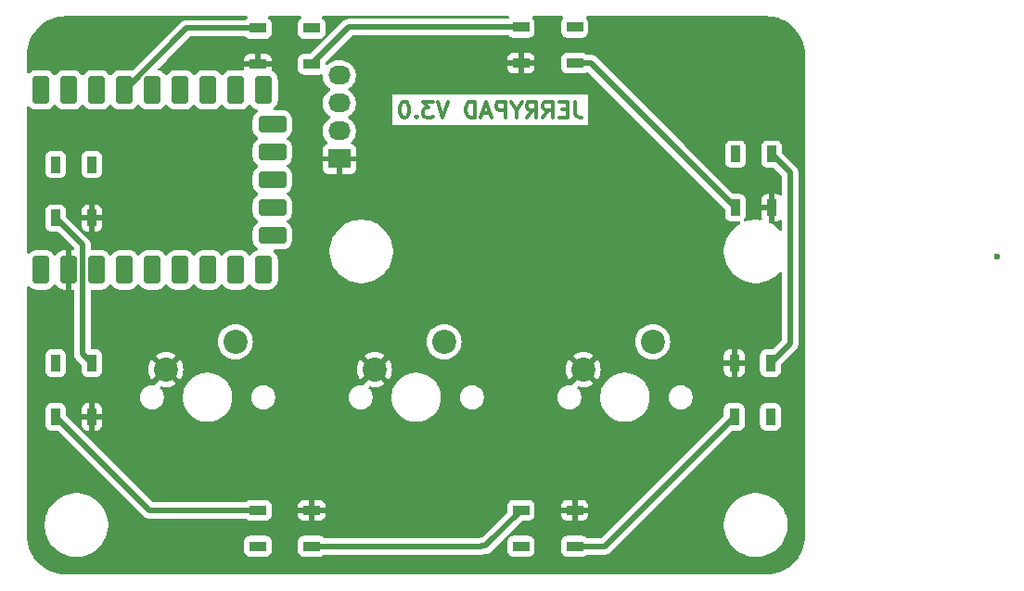
<source format=gbl>
G04 #@! TF.GenerationSoftware,KiCad,Pcbnew,8.0.8-8.0.8-0~ubuntu22.04.1*
G04 #@! TF.CreationDate,2025-02-27T16:32:05+08:00*
G04 #@! TF.ProjectId,macropad,6d616372-6f70-4616-942e-6b696361645f,rev?*
G04 #@! TF.SameCoordinates,Original*
G04 #@! TF.FileFunction,Copper,L2,Bot*
G04 #@! TF.FilePolarity,Positive*
%FSLAX46Y46*%
G04 Gerber Fmt 4.6, Leading zero omitted, Abs format (unit mm)*
G04 Created by KiCad (PCBNEW 8.0.8-8.0.8-0~ubuntu22.04.1) date 2025-02-27 16:32:05*
%MOMM*%
%LPD*%
G01*
G04 APERTURE LIST*
G04 Aperture macros list*
%AMRoundRect*
0 Rectangle with rounded corners*
0 $1 Rounding radius*
0 $2 $3 $4 $5 $6 $7 $8 $9 X,Y pos of 4 corners*
0 Add a 4 corners polygon primitive as box body*
4,1,4,$2,$3,$4,$5,$6,$7,$8,$9,$2,$3,0*
0 Add four circle primitives for the rounded corners*
1,1,$1+$1,$2,$3*
1,1,$1+$1,$4,$5*
1,1,$1+$1,$6,$7*
1,1,$1+$1,$8,$9*
0 Add four rect primitives between the rounded corners*
20,1,$1+$1,$2,$3,$4,$5,0*
20,1,$1+$1,$4,$5,$6,$7,0*
20,1,$1+$1,$6,$7,$8,$9,0*
20,1,$1+$1,$8,$9,$2,$3,0*%
G04 Aperture macros list end*
%ADD10C,0.300000*%
G04 #@! TA.AperFunction,NonConductor*
%ADD11C,0.300000*%
G04 #@! TD*
G04 #@! TA.AperFunction,ComponentPad*
%ADD12RoundRect,0.400000X0.400000X-0.900000X0.400000X0.900000X-0.400000X0.900000X-0.400000X-0.900000X0*%
G04 #@! TD*
G04 #@! TA.AperFunction,ComponentPad*
%ADD13RoundRect,0.400050X0.400050X-0.899950X0.400050X0.899950X-0.400050X0.899950X-0.400050X-0.899950X0*%
G04 #@! TD*
G04 #@! TA.AperFunction,ComponentPad*
%ADD14RoundRect,0.400000X0.900000X-0.400000X0.900000X0.400000X-0.900000X0.400000X-0.900000X-0.400000X0*%
G04 #@! TD*
G04 #@! TA.AperFunction,ComponentPad*
%ADD15RoundRect,0.393700X0.906300X-0.393700X0.906300X0.393700X-0.906300X0.393700X-0.906300X-0.393700X0*%
G04 #@! TD*
G04 #@! TA.AperFunction,ComponentPad*
%ADD16R,2.030000X1.730000*%
G04 #@! TD*
G04 #@! TA.AperFunction,ComponentPad*
%ADD17O,2.030000X1.730000*%
G04 #@! TD*
G04 #@! TA.AperFunction,ComponentPad*
%ADD18C,2.200000*%
G04 #@! TD*
G04 #@! TA.AperFunction,SMDPad,CuDef*
%ADD19RoundRect,0.090000X-0.360000X0.660000X-0.360000X-0.660000X0.360000X-0.660000X0.360000X0.660000X0*%
G04 #@! TD*
G04 #@! TA.AperFunction,SMDPad,CuDef*
%ADD20RoundRect,0.090000X-0.660000X-0.360000X0.660000X-0.360000X0.660000X0.360000X-0.660000X0.360000X0*%
G04 #@! TD*
G04 #@! TA.AperFunction,SMDPad,CuDef*
%ADD21RoundRect,0.090000X0.660000X0.360000X-0.660000X0.360000X-0.660000X-0.360000X0.660000X-0.360000X0*%
G04 #@! TD*
G04 #@! TA.AperFunction,SMDPad,CuDef*
%ADD22RoundRect,0.090000X0.360000X-0.660000X0.360000X0.660000X-0.360000X0.660000X-0.360000X-0.660000X0*%
G04 #@! TD*
G04 #@! TA.AperFunction,ViaPad*
%ADD23C,0.600000*%
G04 #@! TD*
G04 #@! TA.AperFunction,Conductor*
%ADD24C,0.500000*%
G04 #@! TD*
G04 APERTURE END LIST*
D10*
D11*
X221516917Y-73300828D02*
X221516917Y-74372257D01*
X221516917Y-74372257D02*
X221588346Y-74586542D01*
X221588346Y-74586542D02*
X221731203Y-74729400D01*
X221731203Y-74729400D02*
X221945489Y-74800828D01*
X221945489Y-74800828D02*
X222088346Y-74800828D01*
X220802632Y-74015114D02*
X220302632Y-74015114D01*
X220088346Y-74800828D02*
X220802632Y-74800828D01*
X220802632Y-74800828D02*
X220802632Y-73300828D01*
X220802632Y-73300828D02*
X220088346Y-73300828D01*
X218588346Y-74800828D02*
X219088346Y-74086542D01*
X219445489Y-74800828D02*
X219445489Y-73300828D01*
X219445489Y-73300828D02*
X218874060Y-73300828D01*
X218874060Y-73300828D02*
X218731203Y-73372257D01*
X218731203Y-73372257D02*
X218659774Y-73443685D01*
X218659774Y-73443685D02*
X218588346Y-73586542D01*
X218588346Y-73586542D02*
X218588346Y-73800828D01*
X218588346Y-73800828D02*
X218659774Y-73943685D01*
X218659774Y-73943685D02*
X218731203Y-74015114D01*
X218731203Y-74015114D02*
X218874060Y-74086542D01*
X218874060Y-74086542D02*
X219445489Y-74086542D01*
X217088346Y-74800828D02*
X217588346Y-74086542D01*
X217945489Y-74800828D02*
X217945489Y-73300828D01*
X217945489Y-73300828D02*
X217374060Y-73300828D01*
X217374060Y-73300828D02*
X217231203Y-73372257D01*
X217231203Y-73372257D02*
X217159774Y-73443685D01*
X217159774Y-73443685D02*
X217088346Y-73586542D01*
X217088346Y-73586542D02*
X217088346Y-73800828D01*
X217088346Y-73800828D02*
X217159774Y-73943685D01*
X217159774Y-73943685D02*
X217231203Y-74015114D01*
X217231203Y-74015114D02*
X217374060Y-74086542D01*
X217374060Y-74086542D02*
X217945489Y-74086542D01*
X216159774Y-74086542D02*
X216159774Y-74800828D01*
X216659774Y-73300828D02*
X216159774Y-74086542D01*
X216159774Y-74086542D02*
X215659774Y-73300828D01*
X215159775Y-74800828D02*
X215159775Y-73300828D01*
X215159775Y-73300828D02*
X214588346Y-73300828D01*
X214588346Y-73300828D02*
X214445489Y-73372257D01*
X214445489Y-73372257D02*
X214374060Y-73443685D01*
X214374060Y-73443685D02*
X214302632Y-73586542D01*
X214302632Y-73586542D02*
X214302632Y-73800828D01*
X214302632Y-73800828D02*
X214374060Y-73943685D01*
X214374060Y-73943685D02*
X214445489Y-74015114D01*
X214445489Y-74015114D02*
X214588346Y-74086542D01*
X214588346Y-74086542D02*
X215159775Y-74086542D01*
X213731203Y-74372257D02*
X213016918Y-74372257D01*
X213874060Y-74800828D02*
X213374060Y-73300828D01*
X213374060Y-73300828D02*
X212874060Y-74800828D01*
X212374061Y-74800828D02*
X212374061Y-73300828D01*
X212374061Y-73300828D02*
X212016918Y-73300828D01*
X212016918Y-73300828D02*
X211802632Y-73372257D01*
X211802632Y-73372257D02*
X211659775Y-73515114D01*
X211659775Y-73515114D02*
X211588346Y-73657971D01*
X211588346Y-73657971D02*
X211516918Y-73943685D01*
X211516918Y-73943685D02*
X211516918Y-74157971D01*
X211516918Y-74157971D02*
X211588346Y-74443685D01*
X211588346Y-74443685D02*
X211659775Y-74586542D01*
X211659775Y-74586542D02*
X211802632Y-74729400D01*
X211802632Y-74729400D02*
X212016918Y-74800828D01*
X212016918Y-74800828D02*
X212374061Y-74800828D01*
X209945489Y-73300828D02*
X209445489Y-74800828D01*
X209445489Y-74800828D02*
X208945489Y-73300828D01*
X208588347Y-73300828D02*
X207659775Y-73300828D01*
X207659775Y-73300828D02*
X208159775Y-73872257D01*
X208159775Y-73872257D02*
X207945490Y-73872257D01*
X207945490Y-73872257D02*
X207802633Y-73943685D01*
X207802633Y-73943685D02*
X207731204Y-74015114D01*
X207731204Y-74015114D02*
X207659775Y-74157971D01*
X207659775Y-74157971D02*
X207659775Y-74515114D01*
X207659775Y-74515114D02*
X207731204Y-74657971D01*
X207731204Y-74657971D02*
X207802633Y-74729400D01*
X207802633Y-74729400D02*
X207945490Y-74800828D01*
X207945490Y-74800828D02*
X208374061Y-74800828D01*
X208374061Y-74800828D02*
X208516918Y-74729400D01*
X208516918Y-74729400D02*
X208588347Y-74657971D01*
X207016919Y-74657971D02*
X206945490Y-74729400D01*
X206945490Y-74729400D02*
X207016919Y-74800828D01*
X207016919Y-74800828D02*
X207088347Y-74729400D01*
X207088347Y-74729400D02*
X207016919Y-74657971D01*
X207016919Y-74657971D02*
X207016919Y-74800828D01*
X206016918Y-73300828D02*
X205874061Y-73300828D01*
X205874061Y-73300828D02*
X205731204Y-73372257D01*
X205731204Y-73372257D02*
X205659776Y-73443685D01*
X205659776Y-73443685D02*
X205588347Y-73586542D01*
X205588347Y-73586542D02*
X205516918Y-73872257D01*
X205516918Y-73872257D02*
X205516918Y-74229400D01*
X205516918Y-74229400D02*
X205588347Y-74515114D01*
X205588347Y-74515114D02*
X205659776Y-74657971D01*
X205659776Y-74657971D02*
X205731204Y-74729400D01*
X205731204Y-74729400D02*
X205874061Y-74800828D01*
X205874061Y-74800828D02*
X206016918Y-74800828D01*
X206016918Y-74800828D02*
X206159776Y-74729400D01*
X206159776Y-74729400D02*
X206231204Y-74657971D01*
X206231204Y-74657971D02*
X206302633Y-74515114D01*
X206302633Y-74515114D02*
X206374061Y-74229400D01*
X206374061Y-74229400D02*
X206374061Y-73872257D01*
X206374061Y-73872257D02*
X206302633Y-73586542D01*
X206302633Y-73586542D02*
X206231204Y-73443685D01*
X206231204Y-73443685D02*
X206159776Y-73372257D01*
X206159776Y-73372257D02*
X206016918Y-73300828D01*
D12*
X172765000Y-72240000D03*
X175305000Y-72240000D03*
X177845000Y-72240000D03*
X180385000Y-72240000D03*
X182925000Y-72240000D03*
D13*
X185465000Y-72240000D03*
X188005000Y-72240000D03*
X190545000Y-72240000D03*
X193085000Y-72240000D03*
D14*
X193895000Y-75380000D03*
D15*
X193895000Y-77920000D03*
X193895000Y-80460000D03*
X193895000Y-83000000D03*
X193895000Y-85540000D03*
D13*
X193085000Y-88680000D03*
X190545000Y-88680000D03*
X188005000Y-88680000D03*
X185465000Y-88680000D03*
X172765000Y-88680000D03*
X175305000Y-88680000D03*
X177845000Y-88680000D03*
X182925000Y-88680000D03*
X180385000Y-88680000D03*
D16*
X200000000Y-78540000D03*
D17*
X200000000Y-76000000D03*
X200000000Y-73460000D03*
X200000000Y-70920000D03*
D18*
X209550000Y-95250000D03*
X203200000Y-97790000D03*
X190500000Y-95250000D03*
X184150000Y-97790000D03*
X228600000Y-95250000D03*
X222250000Y-97790000D03*
D19*
X174100000Y-97216666D03*
X177400000Y-97216666D03*
X177400000Y-102116666D03*
X174100000Y-102116666D03*
D20*
X216583332Y-113950000D03*
X216583332Y-110650000D03*
X221483332Y-110650000D03*
X221483332Y-113950000D03*
D19*
X236150000Y-78100000D03*
X239450000Y-78100000D03*
X239450000Y-83000000D03*
X236150000Y-83000000D03*
D21*
X221483332Y-66500000D03*
X221483332Y-69800000D03*
X216583332Y-69800000D03*
X216583332Y-66500000D03*
D19*
X174100000Y-79050000D03*
X177400000Y-79050000D03*
X177400000Y-83950000D03*
X174100000Y-83950000D03*
D20*
X192566666Y-113950000D03*
X192566666Y-110650000D03*
X197466666Y-110650000D03*
X197466666Y-113950000D03*
D21*
X197466666Y-66600000D03*
X197466666Y-69900000D03*
X192566666Y-69900000D03*
X192566666Y-66600000D03*
D22*
X239350000Y-102116666D03*
X236050000Y-102116666D03*
X236050000Y-97216666D03*
X239350000Y-97216666D03*
D23*
X190000000Y-82500000D03*
X187500000Y-82500000D03*
X185000000Y-82500000D03*
X182500000Y-82500000D03*
X182500000Y-80000000D03*
X185000000Y-80000000D03*
X187500000Y-80000000D03*
X190000000Y-80000000D03*
X190000000Y-77500000D03*
X187500000Y-77500000D03*
X185000000Y-77500000D03*
X182500000Y-77500000D03*
X260000000Y-87500000D03*
X175000000Y-67500000D03*
X240000000Y-70000000D03*
X185000000Y-115000000D03*
X182500000Y-115000000D03*
X177500000Y-67500000D03*
X185000000Y-112500000D03*
X240000000Y-67500000D03*
X182500000Y-112500000D03*
X237500000Y-70000000D03*
X175000000Y-75000000D03*
X237500000Y-67500000D03*
X177500000Y-75000000D03*
X192566666Y-113950000D03*
X236150000Y-78100000D03*
X221483332Y-66500000D03*
X239350000Y-102116666D03*
X216583332Y-113950000D03*
X174100000Y-97216666D03*
X174100000Y-79050000D03*
X197600000Y-66550000D03*
D24*
X197550000Y-66600000D02*
X197600000Y-66550000D01*
X197466666Y-66600000D02*
X197550000Y-66600000D01*
X186062918Y-66600000D02*
X192566666Y-66600000D01*
X180385000Y-72840000D02*
X180385000Y-72277918D01*
X180385000Y-72277918D02*
X186062918Y-66600000D01*
X200866666Y-66500000D02*
X216583332Y-66500000D01*
X197466666Y-69900000D02*
X200866666Y-66500000D01*
X222950000Y-69800000D02*
X236150000Y-83000000D01*
X221483332Y-69800000D02*
X222950000Y-69800000D01*
X239450000Y-78100000D02*
X241150000Y-79800000D01*
X241150000Y-79800000D02*
X241150000Y-95416666D01*
X241150000Y-95416666D02*
X239350000Y-97216666D01*
X236050000Y-102116666D02*
X224216666Y-113950000D01*
X224216666Y-113950000D02*
X221483332Y-113950000D01*
X213333332Y-113900000D02*
X213000000Y-113900000D01*
X212950000Y-113950000D02*
X197466666Y-113950000D01*
X213000000Y-113900000D02*
X212950000Y-113950000D01*
X216583332Y-110650000D02*
X213333332Y-113900000D01*
X182633334Y-110650000D02*
X174100000Y-102116666D01*
X192566666Y-110650000D02*
X182633334Y-110650000D01*
X176555100Y-96371766D02*
X176555100Y-86405100D01*
X176555100Y-86405100D02*
X174100000Y-83950000D01*
X177400000Y-97216666D02*
X176555100Y-96371766D01*
G04 #@! TA.AperFunction,Conductor*
G36*
X196502146Y-65520185D02*
G01*
X196547901Y-65572989D01*
X196557845Y-65642147D01*
X196528820Y-65705703D01*
X196510594Y-65722875D01*
X196385519Y-65818849D01*
X196385518Y-65818850D01*
X196385517Y-65818851D01*
X196310319Y-65916851D01*
X196290864Y-65942205D01*
X196231365Y-66085848D01*
X196231364Y-66085850D01*
X196216166Y-66201298D01*
X196216166Y-66998703D01*
X196231362Y-67114142D01*
X196231365Y-67114151D01*
X196290866Y-67257798D01*
X196385517Y-67381149D01*
X196508868Y-67475800D01*
X196652515Y-67535301D01*
X196767965Y-67550500D01*
X198165366Y-67550499D01*
X198165369Y-67550499D01*
X198280808Y-67535303D01*
X198280812Y-67535301D01*
X198280817Y-67535301D01*
X198424464Y-67475800D01*
X198547815Y-67381149D01*
X198642466Y-67257798D01*
X198701967Y-67114151D01*
X198717166Y-66998701D01*
X198717165Y-66201300D01*
X198717165Y-66201298D01*
X198717165Y-66201296D01*
X198701969Y-66085857D01*
X198701967Y-66085850D01*
X198701967Y-66085849D01*
X198642466Y-65942202D01*
X198547815Y-65818851D01*
X198480091Y-65766884D01*
X198422738Y-65722875D01*
X198381536Y-65666447D01*
X198377381Y-65596701D01*
X198411594Y-65535781D01*
X198473311Y-65503029D01*
X198498225Y-65500500D01*
X215421452Y-65500500D01*
X215488491Y-65520185D01*
X215534246Y-65572989D01*
X215544190Y-65642147D01*
X215515165Y-65705703D01*
X215507629Y-65712803D01*
X215507930Y-65713104D01*
X215507853Y-65713181D01*
X215506366Y-65713992D01*
X215496934Y-65722880D01*
X215495731Y-65723803D01*
X215493566Y-65720981D01*
X215446530Y-65746666D01*
X215420172Y-65749500D01*
X200792746Y-65749500D01*
X200647758Y-65778340D01*
X200647748Y-65778343D01*
X200511177Y-65834912D01*
X200511164Y-65834919D01*
X200436342Y-65884915D01*
X200388247Y-65917050D01*
X200388244Y-65917053D01*
X197392115Y-68913181D01*
X197330792Y-68946666D01*
X197304434Y-68949500D01*
X196767962Y-68949500D01*
X196652523Y-68964696D01*
X196652514Y-68964699D01*
X196508871Y-69024198D01*
X196508868Y-69024199D01*
X196508868Y-69024200D01*
X196385517Y-69118851D01*
X196310165Y-69217052D01*
X196290864Y-69242205D01*
X196231365Y-69385848D01*
X196231364Y-69385850D01*
X196216166Y-69501298D01*
X196216166Y-70298703D01*
X196231362Y-70414142D01*
X196231365Y-70414151D01*
X196277504Y-70525541D01*
X196290866Y-70557798D01*
X196385517Y-70681149D01*
X196508868Y-70775800D01*
X196652515Y-70835301D01*
X196767965Y-70850500D01*
X198165366Y-70850499D01*
X198165369Y-70850499D01*
X198280808Y-70835303D01*
X198280812Y-70835301D01*
X198280817Y-70835301D01*
X198313046Y-70821950D01*
X198382515Y-70814481D01*
X198444995Y-70845755D01*
X198480648Y-70905844D01*
X198484500Y-70936511D01*
X198484500Y-71027465D01*
X198518124Y-71239756D01*
X198518124Y-71239759D01*
X198584540Y-71444167D01*
X198584541Y-71444170D01*
X198682120Y-71635678D01*
X198808455Y-71809563D01*
X198960437Y-71961545D01*
X199106181Y-72067434D01*
X199136802Y-72089682D01*
X199179467Y-72145012D01*
X199185446Y-72214626D01*
X199152840Y-72276421D01*
X199136802Y-72290318D01*
X199134322Y-72292120D01*
X198960437Y-72418455D01*
X198960435Y-72418457D01*
X198960434Y-72418457D01*
X198808457Y-72570434D01*
X198808457Y-72570435D01*
X198808455Y-72570437D01*
X198756096Y-72642503D01*
X198682120Y-72744321D01*
X198584541Y-72935829D01*
X198584540Y-72935832D01*
X198518124Y-73140240D01*
X198518124Y-73140243D01*
X198518124Y-73140245D01*
X198484500Y-73352533D01*
X198484500Y-73567467D01*
X198494836Y-73632724D01*
X198518124Y-73779756D01*
X198518124Y-73779759D01*
X198584540Y-73984167D01*
X198584541Y-73984170D01*
X198682120Y-74175678D01*
X198808455Y-74349563D01*
X198960437Y-74501545D01*
X199106181Y-74607434D01*
X199136802Y-74629682D01*
X199179467Y-74685012D01*
X199185446Y-74754626D01*
X199152840Y-74816421D01*
X199136802Y-74830318D01*
X199094539Y-74861023D01*
X198960437Y-74958455D01*
X198960435Y-74958457D01*
X198960434Y-74958457D01*
X198808457Y-75110434D01*
X198808457Y-75110435D01*
X198808455Y-75110437D01*
X198754198Y-75185114D01*
X198682120Y-75284321D01*
X198584541Y-75475829D01*
X198584540Y-75475832D01*
X198518124Y-75680240D01*
X198518124Y-75680243D01*
X198484500Y-75892534D01*
X198484500Y-76107465D01*
X198518124Y-76319756D01*
X198518124Y-76319759D01*
X198584540Y-76524167D01*
X198584541Y-76524170D01*
X198636080Y-76625320D01*
X198682120Y-76715678D01*
X198808455Y-76889563D01*
X198808457Y-76889565D01*
X198903369Y-76984477D01*
X198936854Y-77045800D01*
X198931870Y-77115492D01*
X198889998Y-77171425D01*
X198859021Y-77188340D01*
X198742913Y-77231645D01*
X198742906Y-77231649D01*
X198627812Y-77317809D01*
X198627809Y-77317812D01*
X198541649Y-77432906D01*
X198541645Y-77432913D01*
X198491403Y-77567620D01*
X198491401Y-77567627D01*
X198485000Y-77627155D01*
X198485000Y-78290000D01*
X199555440Y-78290000D01*
X199524755Y-78343147D01*
X199490000Y-78472857D01*
X199490000Y-78607143D01*
X199524755Y-78736853D01*
X199555440Y-78790000D01*
X198485000Y-78790000D01*
X198485000Y-79452844D01*
X198491401Y-79512372D01*
X198491403Y-79512379D01*
X198541645Y-79647086D01*
X198541649Y-79647093D01*
X198627809Y-79762187D01*
X198627812Y-79762190D01*
X198742906Y-79848350D01*
X198742913Y-79848354D01*
X198877620Y-79898596D01*
X198877627Y-79898598D01*
X198937155Y-79904999D01*
X198937172Y-79905000D01*
X199750000Y-79905000D01*
X199750000Y-78984560D01*
X199803147Y-79015245D01*
X199932857Y-79050000D01*
X200067143Y-79050000D01*
X200196853Y-79015245D01*
X200250000Y-78984560D01*
X200250000Y-79905000D01*
X201062828Y-79905000D01*
X201062844Y-79904999D01*
X201122372Y-79898598D01*
X201122379Y-79898596D01*
X201257086Y-79848354D01*
X201257093Y-79848350D01*
X201372187Y-79762190D01*
X201372190Y-79762187D01*
X201458350Y-79647093D01*
X201458354Y-79647086D01*
X201508596Y-79512379D01*
X201508598Y-79512372D01*
X201514999Y-79452844D01*
X201515000Y-79452827D01*
X201515000Y-78790000D01*
X200444560Y-78790000D01*
X200475245Y-78736853D01*
X200510000Y-78607143D01*
X200510000Y-78472857D01*
X200475245Y-78343147D01*
X200444560Y-78290000D01*
X201515000Y-78290000D01*
X201515000Y-77627172D01*
X201514999Y-77627155D01*
X201508598Y-77567627D01*
X201508596Y-77567620D01*
X201458354Y-77432913D01*
X201458350Y-77432906D01*
X201372190Y-77317812D01*
X201372187Y-77317809D01*
X201257093Y-77231649D01*
X201257086Y-77231645D01*
X201140978Y-77188340D01*
X201085044Y-77146469D01*
X201060627Y-77081005D01*
X201075479Y-77012732D01*
X201096624Y-76984483D01*
X201191545Y-76889563D01*
X201317880Y-76715678D01*
X201415458Y-76524170D01*
X201449221Y-76420257D01*
X201481875Y-76319759D01*
X201481875Y-76319758D01*
X201481876Y-76319755D01*
X201515500Y-76107467D01*
X201515500Y-75892533D01*
X201481876Y-75680245D01*
X201481875Y-75680241D01*
X201481875Y-75680240D01*
X201415459Y-75475832D01*
X201415458Y-75475829D01*
X201406962Y-75459155D01*
X204858714Y-75459155D01*
X222743846Y-75459155D01*
X222743846Y-72642503D01*
X204858714Y-72642503D01*
X204858714Y-75459155D01*
X201406962Y-75459155D01*
X201317879Y-75284321D01*
X201191545Y-75110437D01*
X201039563Y-74958455D01*
X200982464Y-74916970D01*
X200863198Y-74830318D01*
X200820532Y-74774988D01*
X200814553Y-74705375D01*
X200847159Y-74643580D01*
X200863198Y-74629682D01*
X200891381Y-74609205D01*
X201039563Y-74501545D01*
X201191545Y-74349563D01*
X201317880Y-74175678D01*
X201415458Y-73984170D01*
X201443009Y-73899376D01*
X201481875Y-73779759D01*
X201481875Y-73779758D01*
X201481876Y-73779755D01*
X201515500Y-73567467D01*
X201515500Y-73352533D01*
X201481876Y-73140245D01*
X201481875Y-73140241D01*
X201481875Y-73140240D01*
X201415459Y-72935832D01*
X201415458Y-72935829D01*
X201317879Y-72744321D01*
X201191545Y-72570437D01*
X201039563Y-72418455D01*
X200865678Y-72292120D01*
X200863198Y-72290318D01*
X200820532Y-72234988D01*
X200814553Y-72165375D01*
X200847159Y-72103580D01*
X200863198Y-72089682D01*
X200891381Y-72069205D01*
X201039563Y-71961545D01*
X201191545Y-71809563D01*
X201317880Y-71635678D01*
X201415458Y-71444170D01*
X201469766Y-71277026D01*
X201481875Y-71239759D01*
X201481875Y-71239758D01*
X201481876Y-71239755D01*
X201515500Y-71027467D01*
X201515500Y-70812533D01*
X201481876Y-70600245D01*
X201481875Y-70600241D01*
X201481875Y-70600240D01*
X201415459Y-70395832D01*
X201415458Y-70395829D01*
X201317879Y-70204321D01*
X201313773Y-70198670D01*
X215333332Y-70198670D01*
X215348517Y-70314019D01*
X215348519Y-70314024D01*
X215407965Y-70457541D01*
X215407965Y-70457542D01*
X215502539Y-70580792D01*
X215625790Y-70675366D01*
X215769307Y-70734812D01*
X215769312Y-70734814D01*
X215884661Y-70750000D01*
X216333332Y-70750000D01*
X216833332Y-70750000D01*
X217282003Y-70750000D01*
X217397351Y-70734814D01*
X217397356Y-70734812D01*
X217540873Y-70675366D01*
X217540874Y-70675366D01*
X217664124Y-70580792D01*
X217758698Y-70457542D01*
X217758698Y-70457541D01*
X217818144Y-70314024D01*
X217818146Y-70314019D01*
X217833332Y-70198670D01*
X217833332Y-70050000D01*
X216833332Y-70050000D01*
X216833332Y-70750000D01*
X216333332Y-70750000D01*
X216333332Y-70050000D01*
X215333332Y-70050000D01*
X215333332Y-70198670D01*
X201313773Y-70198670D01*
X201191545Y-70030437D01*
X201039563Y-69878455D01*
X200865678Y-69752120D01*
X200674170Y-69654541D01*
X200674167Y-69654540D01*
X200469757Y-69588124D01*
X200328229Y-69565708D01*
X200257467Y-69554500D01*
X199742533Y-69554500D01*
X199671770Y-69565708D01*
X199530243Y-69588124D01*
X199530240Y-69588124D01*
X199325832Y-69654540D01*
X199325829Y-69654541D01*
X199134321Y-69752120D01*
X199037638Y-69822365D01*
X198960437Y-69878455D01*
X198960435Y-69878457D01*
X198960434Y-69878457D01*
X198928846Y-69910046D01*
X198867523Y-69943531D01*
X198797831Y-69938547D01*
X198741898Y-69896675D01*
X198717481Y-69831211D01*
X198717165Y-69822365D01*
X198717165Y-69762230D01*
X198736850Y-69695191D01*
X198753484Y-69674549D01*
X199026704Y-69401329D01*
X215333332Y-69401329D01*
X215333332Y-69550000D01*
X216333332Y-69550000D01*
X216833332Y-69550000D01*
X217833332Y-69550000D01*
X217833332Y-69401329D01*
X217833328Y-69401298D01*
X220232832Y-69401298D01*
X220232832Y-70198703D01*
X220248028Y-70314142D01*
X220248031Y-70314151D01*
X220307425Y-70457541D01*
X220307532Y-70457798D01*
X220402183Y-70581149D01*
X220525534Y-70675800D01*
X220669181Y-70735301D01*
X220784631Y-70750500D01*
X222182032Y-70750499D01*
X222182035Y-70750499D01*
X222297474Y-70735303D01*
X222297478Y-70735301D01*
X222297483Y-70735301D01*
X222441130Y-70675800D01*
X222537792Y-70601627D01*
X222602956Y-70576435D01*
X222671401Y-70590473D01*
X222700956Y-70612324D01*
X235163181Y-83074549D01*
X235196666Y-83135872D01*
X235199500Y-83162230D01*
X235199500Y-83698703D01*
X235214696Y-83814142D01*
X235214699Y-83814151D01*
X235274200Y-83957798D01*
X235368851Y-84081149D01*
X235492202Y-84175800D01*
X235635849Y-84235301D01*
X235751299Y-84250500D01*
X236493653Y-84250499D01*
X236560692Y-84270183D01*
X236606447Y-84322987D01*
X236616391Y-84392146D01*
X236587366Y-84455702D01*
X236559625Y-84479493D01*
X236318920Y-84630738D01*
X236064217Y-84833856D01*
X235833856Y-85064217D01*
X235630738Y-85318920D01*
X235457413Y-85594765D01*
X235316066Y-85888274D01*
X235208471Y-86195761D01*
X235208467Y-86195773D01*
X235135976Y-86513379D01*
X235135974Y-86513395D01*
X235099500Y-86837106D01*
X235099500Y-87162893D01*
X235135974Y-87486604D01*
X235135976Y-87486620D01*
X235208467Y-87804226D01*
X235208471Y-87804238D01*
X235316066Y-88111725D01*
X235457413Y-88405234D01*
X235457415Y-88405237D01*
X235630739Y-88681081D01*
X235833857Y-88935783D01*
X236064217Y-89166143D01*
X236318919Y-89369261D01*
X236594763Y-89542585D01*
X236888278Y-89683935D01*
X237119217Y-89764744D01*
X237195761Y-89791528D01*
X237195773Y-89791532D01*
X237513383Y-89864024D01*
X237837106Y-89900499D01*
X237837107Y-89900500D01*
X237837111Y-89900500D01*
X238162893Y-89900500D01*
X238162893Y-89900499D01*
X238486617Y-89864024D01*
X238804227Y-89791532D01*
X239111722Y-89683935D01*
X239405237Y-89542585D01*
X239681081Y-89369261D01*
X239935783Y-89166143D01*
X240166143Y-88935783D01*
X240178552Y-88920223D01*
X240235740Y-88880081D01*
X240305551Y-88877231D01*
X240365822Y-88912575D01*
X240397416Y-88974894D01*
X240399500Y-88997534D01*
X240399500Y-95054436D01*
X240379815Y-95121475D01*
X240363181Y-95142117D01*
X239575450Y-95929847D01*
X239514127Y-95963332D01*
X239487769Y-95966166D01*
X238951296Y-95966166D01*
X238835857Y-95981362D01*
X238835848Y-95981365D01*
X238692205Y-96040864D01*
X238692202Y-96040865D01*
X238692202Y-96040866D01*
X238568851Y-96135517D01*
X238524242Y-96193653D01*
X238474198Y-96258871D01*
X238414699Y-96402514D01*
X238414698Y-96402516D01*
X238399500Y-96517964D01*
X238399500Y-97915369D01*
X238414696Y-98030808D01*
X238414699Y-98030817D01*
X238474093Y-98174207D01*
X238474200Y-98174464D01*
X238568851Y-98297815D01*
X238692202Y-98392466D01*
X238835849Y-98451967D01*
X238951299Y-98467166D01*
X239748700Y-98467165D01*
X239748703Y-98467165D01*
X239864142Y-98451969D01*
X239864146Y-98451967D01*
X239864151Y-98451967D01*
X240007798Y-98392466D01*
X240131149Y-98297815D01*
X240225800Y-98174464D01*
X240285301Y-98030817D01*
X240300500Y-97915367D01*
X240300499Y-97378894D01*
X240320183Y-97311856D01*
X240336813Y-97291219D01*
X241732951Y-95895082D01*
X241815084Y-95772161D01*
X241871658Y-95635579D01*
X241900500Y-95490584D01*
X241900500Y-95342749D01*
X241900500Y-79726082D01*
X241900500Y-79726079D01*
X241871659Y-79581092D01*
X241871658Y-79581091D01*
X241871658Y-79581087D01*
X241843198Y-79512379D01*
X241815086Y-79444509D01*
X241815085Y-79444507D01*
X241782186Y-79395270D01*
X241782185Y-79395268D01*
X241732956Y-79321589D01*
X241732952Y-79321584D01*
X240436818Y-78025450D01*
X240403333Y-77964127D01*
X240400499Y-77937769D01*
X240400499Y-77401296D01*
X240385303Y-77285857D01*
X240385301Y-77285850D01*
X240385301Y-77285849D01*
X240325800Y-77142202D01*
X240231149Y-77018851D01*
X240107798Y-76924200D01*
X240107794Y-76924198D01*
X239964151Y-76864699D01*
X239964149Y-76864698D01*
X239848701Y-76849500D01*
X239051296Y-76849500D01*
X238935857Y-76864696D01*
X238935848Y-76864699D01*
X238792205Y-76924198D01*
X238792202Y-76924199D01*
X238792202Y-76924200D01*
X238668851Y-77018851D01*
X238594696Y-77115492D01*
X238574198Y-77142205D01*
X238514699Y-77285848D01*
X238514698Y-77285850D01*
X238499500Y-77401298D01*
X238499500Y-78798703D01*
X238514696Y-78914142D01*
X238514699Y-78914151D01*
X238574200Y-79057798D01*
X238668851Y-79181149D01*
X238792202Y-79275800D01*
X238935849Y-79335301D01*
X239051299Y-79350500D01*
X239587769Y-79350499D01*
X239654808Y-79370183D01*
X239675450Y-79386818D01*
X240363181Y-80074549D01*
X240396666Y-80135872D01*
X240399500Y-80162230D01*
X240399500Y-81797213D01*
X240379815Y-81864252D01*
X240327011Y-81910007D01*
X240257853Y-81919951D01*
X240200014Y-81895589D01*
X240107546Y-81824636D01*
X240107541Y-81824633D01*
X239964024Y-81765187D01*
X239964019Y-81765185D01*
X239848671Y-81750000D01*
X239700000Y-81750000D01*
X239700000Y-84250000D01*
X239848671Y-84250000D01*
X239964019Y-84234814D01*
X239964024Y-84234812D01*
X240107541Y-84175366D01*
X240107547Y-84175363D01*
X240200013Y-84104411D01*
X240265182Y-84079216D01*
X240333627Y-84093254D01*
X240383617Y-84142068D01*
X240399500Y-84202786D01*
X240399500Y-85002465D01*
X240379815Y-85069504D01*
X240327011Y-85115259D01*
X240257853Y-85125203D01*
X240194297Y-85096178D01*
X240178554Y-85079779D01*
X240166144Y-85064218D01*
X239935782Y-84833856D01*
X239713513Y-84656603D01*
X239681081Y-84630739D01*
X239405237Y-84457415D01*
X239405234Y-84457413D01*
X239270198Y-84392383D01*
X239218339Y-84345560D01*
X239200000Y-84280663D01*
X239200000Y-83250000D01*
X238500000Y-83250000D01*
X238500000Y-83698670D01*
X238515185Y-83814019D01*
X238515187Y-83814024D01*
X238576026Y-83960905D01*
X238583495Y-84030374D01*
X238552219Y-84092853D01*
X238492130Y-84128505D01*
X238447581Y-84131577D01*
X238162893Y-84099500D01*
X238162889Y-84099500D01*
X237837111Y-84099500D01*
X237837107Y-84099500D01*
X237513395Y-84135974D01*
X237513379Y-84135976D01*
X237195773Y-84208467D01*
X237195771Y-84208468D01*
X237092891Y-84244467D01*
X237023112Y-84248028D01*
X236962485Y-84213299D01*
X236930258Y-84151305D01*
X236936664Y-84081730D01*
X236953555Y-84051948D01*
X237025800Y-83957798D01*
X237085301Y-83814151D01*
X237100500Y-83698701D01*
X237100499Y-82301329D01*
X238500000Y-82301329D01*
X238500000Y-82750000D01*
X239200000Y-82750000D01*
X239200000Y-81750000D01*
X239051329Y-81750000D01*
X238935980Y-81765185D01*
X238935975Y-81765187D01*
X238792458Y-81824633D01*
X238792457Y-81824633D01*
X238669207Y-81919207D01*
X238574633Y-82042457D01*
X238574633Y-82042458D01*
X238515187Y-82185975D01*
X238515185Y-82185980D01*
X238500000Y-82301329D01*
X237100499Y-82301329D01*
X237100499Y-82301300D01*
X237100499Y-82301296D01*
X237085303Y-82185857D01*
X237085301Y-82185852D01*
X237085301Y-82185849D01*
X237025800Y-82042202D01*
X236931149Y-81918851D01*
X236807798Y-81824200D01*
X236807794Y-81824198D01*
X236664151Y-81764699D01*
X236664149Y-81764698D01*
X236548702Y-81749500D01*
X236548701Y-81749500D01*
X236012230Y-81749500D01*
X235945191Y-81729815D01*
X235924549Y-81713181D01*
X231612666Y-77401298D01*
X235199500Y-77401298D01*
X235199500Y-78798703D01*
X235214696Y-78914142D01*
X235214699Y-78914151D01*
X235274200Y-79057798D01*
X235368851Y-79181149D01*
X235492202Y-79275800D01*
X235635849Y-79335301D01*
X235751299Y-79350500D01*
X236548700Y-79350499D01*
X236548703Y-79350499D01*
X236664142Y-79335303D01*
X236664146Y-79335301D01*
X236664151Y-79335301D01*
X236807798Y-79275800D01*
X236931149Y-79181149D01*
X237025800Y-79057798D01*
X237085301Y-78914151D01*
X237100500Y-78798701D01*
X237100499Y-77401300D01*
X237100499Y-77401298D01*
X237100499Y-77401296D01*
X237085303Y-77285857D01*
X237085301Y-77285850D01*
X237085301Y-77285849D01*
X237025800Y-77142202D01*
X236931149Y-77018851D01*
X236807798Y-76924200D01*
X236807794Y-76924198D01*
X236664151Y-76864699D01*
X236664149Y-76864698D01*
X236548701Y-76849500D01*
X235751296Y-76849500D01*
X235635857Y-76864696D01*
X235635848Y-76864699D01*
X235492205Y-76924198D01*
X235492202Y-76924199D01*
X235492202Y-76924200D01*
X235368851Y-77018851D01*
X235294696Y-77115492D01*
X235274198Y-77142205D01*
X235214699Y-77285848D01*
X235214698Y-77285850D01*
X235199500Y-77401298D01*
X231612666Y-77401298D01*
X223428421Y-69217052D01*
X223428420Y-69217051D01*
X223316467Y-69142247D01*
X223316444Y-69142232D01*
X223316399Y-69142202D01*
X223305495Y-69134916D01*
X223305493Y-69134915D01*
X223305490Y-69134913D01*
X223168917Y-69078343D01*
X223168907Y-69078340D01*
X223023920Y-69049500D01*
X223023918Y-69049500D01*
X222646492Y-69049500D01*
X222579453Y-69029815D01*
X222571332Y-69023271D01*
X222570928Y-69023799D01*
X222564482Y-69018853D01*
X222564481Y-69018851D01*
X222441130Y-68924200D01*
X222441126Y-68924198D01*
X222297483Y-68864699D01*
X222297481Y-68864698D01*
X222182033Y-68849500D01*
X220784628Y-68849500D01*
X220669189Y-68864696D01*
X220669180Y-68864699D01*
X220525537Y-68924198D01*
X220525534Y-68924199D01*
X220525534Y-68924200D01*
X220402183Y-69018851D01*
X220307535Y-69142199D01*
X220307530Y-69142205D01*
X220248031Y-69285848D01*
X220248030Y-69285850D01*
X220232832Y-69401298D01*
X217833328Y-69401298D01*
X217818146Y-69285980D01*
X217818144Y-69285975D01*
X217758698Y-69142458D01*
X217758698Y-69142457D01*
X217664124Y-69019207D01*
X217540873Y-68924633D01*
X217397356Y-68865187D01*
X217397351Y-68865185D01*
X217282003Y-68850000D01*
X216833332Y-68850000D01*
X216833332Y-69550000D01*
X216333332Y-69550000D01*
X216333332Y-68850000D01*
X215884661Y-68850000D01*
X215769312Y-68865185D01*
X215769307Y-68865187D01*
X215625790Y-68924633D01*
X215625789Y-68924633D01*
X215502539Y-69019207D01*
X215407965Y-69142457D01*
X215407965Y-69142458D01*
X215348519Y-69285975D01*
X215348517Y-69285980D01*
X215333332Y-69401329D01*
X199026704Y-69401329D01*
X201141214Y-67286819D01*
X201202537Y-67253334D01*
X201228895Y-67250500D01*
X215420172Y-67250500D01*
X215487211Y-67270185D01*
X215495331Y-67276728D01*
X215495736Y-67276201D01*
X215502181Y-67281146D01*
X215502183Y-67281149D01*
X215625534Y-67375800D01*
X215769181Y-67435301D01*
X215884631Y-67450500D01*
X217282032Y-67450499D01*
X217282035Y-67450499D01*
X217397474Y-67435303D01*
X217397478Y-67435301D01*
X217397483Y-67435301D01*
X217541130Y-67375800D01*
X217664481Y-67281149D01*
X217759132Y-67157798D01*
X217818633Y-67014151D01*
X217833832Y-66898701D01*
X217833831Y-66101300D01*
X217833831Y-66101298D01*
X217833831Y-66101296D01*
X217818635Y-65985857D01*
X217818633Y-65985850D01*
X217818633Y-65985849D01*
X217759132Y-65842202D01*
X217664481Y-65718851D01*
X217664478Y-65718848D01*
X217664476Y-65718846D01*
X217658734Y-65713104D01*
X217660963Y-65710874D01*
X217628525Y-65666454D01*
X217624367Y-65596708D01*
X217658576Y-65535786D01*
X217720292Y-65503030D01*
X217745212Y-65500500D01*
X220321452Y-65500500D01*
X220388491Y-65520185D01*
X220434246Y-65572989D01*
X220444190Y-65642147D01*
X220415165Y-65705703D01*
X220407629Y-65712803D01*
X220407930Y-65713104D01*
X220402187Y-65718846D01*
X220402183Y-65718850D01*
X220402183Y-65718851D01*
X220313121Y-65834919D01*
X220307530Y-65842205D01*
X220248031Y-65985848D01*
X220248030Y-65985850D01*
X220232832Y-66101298D01*
X220232832Y-66898703D01*
X220248028Y-67014142D01*
X220248031Y-67014151D01*
X220289452Y-67114151D01*
X220307532Y-67157798D01*
X220402183Y-67281149D01*
X220525534Y-67375800D01*
X220669181Y-67435301D01*
X220784631Y-67450500D01*
X222182032Y-67450499D01*
X222182035Y-67450499D01*
X222297474Y-67435303D01*
X222297478Y-67435301D01*
X222297483Y-67435301D01*
X222441130Y-67375800D01*
X222564481Y-67281149D01*
X222659132Y-67157798D01*
X222718633Y-67014151D01*
X222733832Y-66898701D01*
X222733831Y-66101300D01*
X222733831Y-66101298D01*
X222733831Y-66101296D01*
X222718635Y-65985857D01*
X222718633Y-65985850D01*
X222718633Y-65985849D01*
X222659132Y-65842202D01*
X222564481Y-65718851D01*
X222564478Y-65718848D01*
X222564476Y-65718846D01*
X222558734Y-65713104D01*
X222560963Y-65710874D01*
X222528525Y-65666454D01*
X222524367Y-65596708D01*
X222558576Y-65535786D01*
X222620292Y-65503030D01*
X222645212Y-65500500D01*
X238934108Y-65500500D01*
X238996949Y-65500500D01*
X239003032Y-65500648D01*
X239336929Y-65517052D01*
X239349037Y-65518245D01*
X239362116Y-65520185D01*
X239676699Y-65566849D01*
X239688617Y-65569219D01*
X240009951Y-65649709D01*
X240021588Y-65653240D01*
X240058519Y-65666454D01*
X240333467Y-65764832D01*
X240344688Y-65769479D01*
X240644163Y-65911120D01*
X240654871Y-65916844D01*
X240936852Y-66085857D01*
X240938988Y-66087137D01*
X240949106Y-66093897D01*
X241215170Y-66291224D01*
X241224576Y-66298944D01*
X241470013Y-66521395D01*
X241478604Y-66529986D01*
X241665755Y-66736475D01*
X241701055Y-66775423D01*
X241708775Y-66784829D01*
X241906102Y-67050893D01*
X241912862Y-67061011D01*
X241944712Y-67114149D01*
X242044807Y-67281149D01*
X242083148Y-67345116D01*
X242088883Y-67355844D01*
X242180948Y-67550500D01*
X242230514Y-67655297D01*
X242235170Y-67666540D01*
X242346759Y-67978411D01*
X242350292Y-67990055D01*
X242430777Y-68311369D01*
X242433151Y-68323305D01*
X242481754Y-68650962D01*
X242482947Y-68663071D01*
X242499351Y-68996966D01*
X242499500Y-69003051D01*
X242499500Y-112996948D01*
X242499351Y-113003033D01*
X242482947Y-113336928D01*
X242481754Y-113349037D01*
X242433151Y-113676694D01*
X242430777Y-113688630D01*
X242350292Y-114009944D01*
X242346759Y-114021588D01*
X242235170Y-114333459D01*
X242230514Y-114344702D01*
X242088885Y-114644151D01*
X242083148Y-114654883D01*
X241912862Y-114938988D01*
X241906102Y-114949106D01*
X241708775Y-115215170D01*
X241701055Y-115224576D01*
X241478611Y-115470006D01*
X241470006Y-115478611D01*
X241224576Y-115701055D01*
X241215170Y-115708775D01*
X240949106Y-115906102D01*
X240938988Y-115912862D01*
X240654883Y-116083148D01*
X240644151Y-116088885D01*
X240344702Y-116230514D01*
X240333459Y-116235170D01*
X240021588Y-116346759D01*
X240009944Y-116350292D01*
X239688630Y-116430777D01*
X239676694Y-116433151D01*
X239349037Y-116481754D01*
X239336928Y-116482947D01*
X239021989Y-116498419D01*
X239003031Y-116499351D01*
X238996949Y-116499500D01*
X175003051Y-116499500D01*
X174996968Y-116499351D01*
X174976900Y-116498365D01*
X174663071Y-116482947D01*
X174650962Y-116481754D01*
X174323305Y-116433151D01*
X174311369Y-116430777D01*
X173990055Y-116350292D01*
X173978411Y-116346759D01*
X173666540Y-116235170D01*
X173655301Y-116230515D01*
X173355844Y-116088883D01*
X173345121Y-116083150D01*
X173061011Y-115912862D01*
X173050893Y-115906102D01*
X172784829Y-115708775D01*
X172775423Y-115701055D01*
X172736475Y-115665755D01*
X172529986Y-115478604D01*
X172521395Y-115470013D01*
X172298944Y-115224576D01*
X172291224Y-115215170D01*
X172093897Y-114949106D01*
X172087137Y-114938988D01*
X171916844Y-114654871D01*
X171911120Y-114644163D01*
X171769479Y-114344688D01*
X171764829Y-114333459D01*
X171653240Y-114021588D01*
X171649707Y-114009944D01*
X171631131Y-113935783D01*
X171569219Y-113688617D01*
X171566848Y-113676694D01*
X171548247Y-113551298D01*
X171518245Y-113349037D01*
X171517052Y-113336927D01*
X171500649Y-113003032D01*
X171500500Y-112996948D01*
X171500500Y-111837106D01*
X173099500Y-111837106D01*
X173099500Y-112162893D01*
X173135974Y-112486604D01*
X173135976Y-112486620D01*
X173208467Y-112804226D01*
X173208471Y-112804238D01*
X173316066Y-113111725D01*
X173457413Y-113405234D01*
X173457415Y-113405237D01*
X173630739Y-113681081D01*
X173833857Y-113935783D01*
X174064217Y-114166143D01*
X174318919Y-114369261D01*
X174594763Y-114542585D01*
X174888278Y-114683935D01*
X175119217Y-114764744D01*
X175195761Y-114791528D01*
X175195773Y-114791532D01*
X175513383Y-114864024D01*
X175837106Y-114900499D01*
X175837107Y-114900500D01*
X175837111Y-114900500D01*
X176162893Y-114900500D01*
X176162893Y-114900499D01*
X176486617Y-114864024D01*
X176804227Y-114791532D01*
X177111722Y-114683935D01*
X177405237Y-114542585D01*
X177681081Y-114369261D01*
X177935783Y-114166143D01*
X178166143Y-113935783D01*
X178369261Y-113681081D01*
X178450809Y-113551298D01*
X191316166Y-113551298D01*
X191316166Y-114348703D01*
X191331362Y-114464142D01*
X191331365Y-114464151D01*
X191379273Y-114579812D01*
X191390866Y-114607798D01*
X191485517Y-114731149D01*
X191608868Y-114825800D01*
X191752515Y-114885301D01*
X191867965Y-114900500D01*
X193265366Y-114900499D01*
X193265369Y-114900499D01*
X193380808Y-114885303D01*
X193380812Y-114885301D01*
X193380817Y-114885301D01*
X193524464Y-114825800D01*
X193647815Y-114731149D01*
X193742466Y-114607798D01*
X193801967Y-114464151D01*
X193817166Y-114348701D01*
X193817165Y-113551300D01*
X193817165Y-113551298D01*
X196216166Y-113551298D01*
X196216166Y-114348703D01*
X196231362Y-114464142D01*
X196231365Y-114464151D01*
X196279273Y-114579812D01*
X196290866Y-114607798D01*
X196385517Y-114731149D01*
X196508868Y-114825800D01*
X196652515Y-114885301D01*
X196767965Y-114900500D01*
X198165366Y-114900499D01*
X198165369Y-114900499D01*
X198280808Y-114885303D01*
X198280812Y-114885301D01*
X198280817Y-114885301D01*
X198424464Y-114825800D01*
X198547815Y-114731149D01*
X198547816Y-114731146D01*
X198554262Y-114726201D01*
X198556425Y-114729021D01*
X198603468Y-114703334D01*
X198629826Y-114700500D01*
X213023920Y-114700500D01*
X213121462Y-114681096D01*
X213168913Y-114671658D01*
X213183372Y-114665668D01*
X213197206Y-114659939D01*
X213244658Y-114650500D01*
X213407252Y-114650500D01*
X213504794Y-114631096D01*
X213552245Y-114621658D01*
X213688827Y-114565084D01*
X213738061Y-114532186D01*
X213811748Y-114482952D01*
X214743401Y-113551298D01*
X215332832Y-113551298D01*
X215332832Y-114348703D01*
X215348028Y-114464142D01*
X215348031Y-114464151D01*
X215395939Y-114579812D01*
X215407532Y-114607798D01*
X215502183Y-114731149D01*
X215625534Y-114825800D01*
X215769181Y-114885301D01*
X215884631Y-114900500D01*
X217282032Y-114900499D01*
X217282035Y-114900499D01*
X217397474Y-114885303D01*
X217397478Y-114885301D01*
X217397483Y-114885301D01*
X217541130Y-114825800D01*
X217664481Y-114731149D01*
X217759132Y-114607798D01*
X217818633Y-114464151D01*
X217833832Y-114348701D01*
X217833831Y-113551300D01*
X217833831Y-113551298D01*
X220232832Y-113551298D01*
X220232832Y-114348703D01*
X220248028Y-114464142D01*
X220248031Y-114464151D01*
X220295939Y-114579812D01*
X220307532Y-114607798D01*
X220402183Y-114731149D01*
X220525534Y-114825800D01*
X220669181Y-114885301D01*
X220784631Y-114900500D01*
X222182032Y-114900499D01*
X222182035Y-114900499D01*
X222297474Y-114885303D01*
X222297478Y-114885301D01*
X222297483Y-114885301D01*
X222441130Y-114825800D01*
X222564481Y-114731149D01*
X222564482Y-114731146D01*
X222570928Y-114726201D01*
X222573091Y-114729021D01*
X222620134Y-114703334D01*
X222646492Y-114700500D01*
X224290586Y-114700500D01*
X224388128Y-114681096D01*
X224435579Y-114671658D01*
X224572161Y-114615084D01*
X224624943Y-114579816D01*
X224695082Y-114532952D01*
X227390927Y-111837106D01*
X235099500Y-111837106D01*
X235099500Y-112162893D01*
X235135974Y-112486604D01*
X235135976Y-112486620D01*
X235208467Y-112804226D01*
X235208471Y-112804238D01*
X235316066Y-113111725D01*
X235457413Y-113405234D01*
X235457415Y-113405237D01*
X235630739Y-113681081D01*
X235833857Y-113935783D01*
X236064217Y-114166143D01*
X236318919Y-114369261D01*
X236594763Y-114542585D01*
X236888278Y-114683935D01*
X237119217Y-114764744D01*
X237195761Y-114791528D01*
X237195773Y-114791532D01*
X237513383Y-114864024D01*
X237837106Y-114900499D01*
X237837107Y-114900500D01*
X237837111Y-114900500D01*
X238162893Y-114900500D01*
X238162893Y-114900499D01*
X238486617Y-114864024D01*
X238804227Y-114791532D01*
X239111722Y-114683935D01*
X239405237Y-114542585D01*
X239681081Y-114369261D01*
X239935783Y-114166143D01*
X240166143Y-113935783D01*
X240369261Y-113681081D01*
X240542585Y-113405237D01*
X240683935Y-113111722D01*
X240791532Y-112804227D01*
X240864024Y-112486617D01*
X240900500Y-112162889D01*
X240900500Y-111837111D01*
X240864024Y-111513383D01*
X240791532Y-111195773D01*
X240683935Y-110888278D01*
X240542585Y-110594763D01*
X240369261Y-110318919D01*
X240166143Y-110064217D01*
X239935783Y-109833857D01*
X239681081Y-109630739D01*
X239405237Y-109457415D01*
X239405234Y-109457413D01*
X239111725Y-109316066D01*
X238804238Y-109208471D01*
X238804226Y-109208467D01*
X238486620Y-109135976D01*
X238486604Y-109135974D01*
X238162893Y-109099500D01*
X238162889Y-109099500D01*
X237837111Y-109099500D01*
X237837107Y-109099500D01*
X237513395Y-109135974D01*
X237513379Y-109135976D01*
X237195773Y-109208467D01*
X237195761Y-109208471D01*
X236888274Y-109316066D01*
X236594765Y-109457413D01*
X236318920Y-109630738D01*
X236064217Y-109833856D01*
X235833856Y-110064217D01*
X235630738Y-110318920D01*
X235457413Y-110594765D01*
X235316066Y-110888274D01*
X235208471Y-111195761D01*
X235208467Y-111195773D01*
X235135976Y-111513379D01*
X235135974Y-111513395D01*
X235099500Y-111837106D01*
X227390927Y-111837106D01*
X235824548Y-103403483D01*
X235885871Y-103369999D01*
X235912229Y-103367165D01*
X236448703Y-103367165D01*
X236564142Y-103351969D01*
X236564146Y-103351967D01*
X236564151Y-103351967D01*
X236707798Y-103292466D01*
X236831149Y-103197815D01*
X236925800Y-103074464D01*
X236985301Y-102930817D01*
X237000500Y-102815367D01*
X237000499Y-101417966D01*
X237000499Y-101417964D01*
X238399500Y-101417964D01*
X238399500Y-102815369D01*
X238414696Y-102930808D01*
X238414699Y-102930817D01*
X238474093Y-103074207D01*
X238474200Y-103074464D01*
X238568851Y-103197815D01*
X238692202Y-103292466D01*
X238835849Y-103351967D01*
X238951299Y-103367166D01*
X239748700Y-103367165D01*
X239748703Y-103367165D01*
X239864142Y-103351969D01*
X239864146Y-103351967D01*
X239864151Y-103351967D01*
X240007798Y-103292466D01*
X240131149Y-103197815D01*
X240225800Y-103074464D01*
X240285301Y-102930817D01*
X240300500Y-102815367D01*
X240300499Y-101417966D01*
X240300499Y-101417964D01*
X240300499Y-101417962D01*
X240285303Y-101302523D01*
X240285301Y-101302516D01*
X240285301Y-101302515D01*
X240225800Y-101158868D01*
X240131149Y-101035517D01*
X240007798Y-100940866D01*
X240007794Y-100940864D01*
X239864151Y-100881365D01*
X239864149Y-100881364D01*
X239748701Y-100866166D01*
X238951296Y-100866166D01*
X238835857Y-100881362D01*
X238835848Y-100881365D01*
X238692205Y-100940864D01*
X238568851Y-101035517D01*
X238474198Y-101158871D01*
X238414699Y-101302514D01*
X238414698Y-101302516D01*
X238399500Y-101417964D01*
X237000499Y-101417964D01*
X237000499Y-101417962D01*
X236985303Y-101302523D01*
X236985301Y-101302516D01*
X236985301Y-101302515D01*
X236925800Y-101158868D01*
X236831149Y-101035517D01*
X236707798Y-100940866D01*
X236707794Y-100940864D01*
X236564151Y-100881365D01*
X236564149Y-100881364D01*
X236448701Y-100866166D01*
X235651296Y-100866166D01*
X235535857Y-100881362D01*
X235535848Y-100881365D01*
X235392205Y-100940864D01*
X235268851Y-101035517D01*
X235174198Y-101158871D01*
X235114699Y-101302514D01*
X235114698Y-101302516D01*
X235099500Y-101417964D01*
X235099500Y-101954436D01*
X235079815Y-102021475D01*
X235063181Y-102042117D01*
X223942117Y-113163181D01*
X223880794Y-113196666D01*
X223854436Y-113199500D01*
X222646492Y-113199500D01*
X222579453Y-113179815D01*
X222571332Y-113173271D01*
X222570928Y-113173799D01*
X222564482Y-113168853D01*
X222564481Y-113168851D01*
X222441130Y-113074200D01*
X222441126Y-113074198D01*
X222297483Y-113014699D01*
X222297481Y-113014698D01*
X222182033Y-112999500D01*
X220784628Y-112999500D01*
X220669189Y-113014696D01*
X220669180Y-113014699D01*
X220525537Y-113074198D01*
X220402183Y-113168851D01*
X220307530Y-113292205D01*
X220248031Y-113435848D01*
X220248030Y-113435850D01*
X220232832Y-113551298D01*
X217833831Y-113551298D01*
X217833831Y-113551296D01*
X217818635Y-113435857D01*
X217818633Y-113435850D01*
X217818633Y-113435849D01*
X217759132Y-113292202D01*
X217664481Y-113168851D01*
X217541130Y-113074200D01*
X217541126Y-113074198D01*
X217397483Y-113014699D01*
X217397481Y-113014698D01*
X217282033Y-112999500D01*
X215884628Y-112999500D01*
X215769189Y-113014696D01*
X215769180Y-113014699D01*
X215625537Y-113074198D01*
X215502183Y-113168851D01*
X215407530Y-113292205D01*
X215348031Y-113435848D01*
X215348030Y-113435850D01*
X215332832Y-113551298D01*
X214743401Y-113551298D01*
X216657881Y-111636817D01*
X216719204Y-111603333D01*
X216745562Y-111600499D01*
X217282035Y-111600499D01*
X217397474Y-111585303D01*
X217397478Y-111585301D01*
X217397483Y-111585301D01*
X217541130Y-111525800D01*
X217664481Y-111431149D01*
X217759132Y-111307798D01*
X217818633Y-111164151D01*
X217833832Y-111048701D01*
X217833832Y-111048670D01*
X220233332Y-111048670D01*
X220248517Y-111164019D01*
X220248519Y-111164024D01*
X220307965Y-111307541D01*
X220307965Y-111307542D01*
X220402539Y-111430792D01*
X220525790Y-111525366D01*
X220669307Y-111584812D01*
X220669312Y-111584814D01*
X220784661Y-111600000D01*
X221233332Y-111600000D01*
X221733332Y-111600000D01*
X222182003Y-111600000D01*
X222297351Y-111584814D01*
X222297356Y-111584812D01*
X222440873Y-111525366D01*
X222440874Y-111525366D01*
X222564124Y-111430792D01*
X222658698Y-111307542D01*
X222658698Y-111307541D01*
X222718144Y-111164024D01*
X222718146Y-111164019D01*
X222733332Y-111048670D01*
X222733332Y-110900000D01*
X221733332Y-110900000D01*
X221733332Y-111600000D01*
X221233332Y-111600000D01*
X221233332Y-110900000D01*
X220233332Y-110900000D01*
X220233332Y-111048670D01*
X217833832Y-111048670D01*
X217833831Y-110251329D01*
X220233332Y-110251329D01*
X220233332Y-110400000D01*
X221233332Y-110400000D01*
X221733332Y-110400000D01*
X222733332Y-110400000D01*
X222733332Y-110251329D01*
X222718146Y-110135980D01*
X222718144Y-110135975D01*
X222658698Y-109992458D01*
X222658698Y-109992457D01*
X222564124Y-109869207D01*
X222440873Y-109774633D01*
X222297356Y-109715187D01*
X222297351Y-109715185D01*
X222182003Y-109700000D01*
X221733332Y-109700000D01*
X221733332Y-110400000D01*
X221233332Y-110400000D01*
X221233332Y-109700000D01*
X220784661Y-109700000D01*
X220669312Y-109715185D01*
X220669307Y-109715187D01*
X220525790Y-109774633D01*
X220525789Y-109774633D01*
X220402539Y-109869207D01*
X220307965Y-109992457D01*
X220307965Y-109992458D01*
X220248519Y-110135975D01*
X220248517Y-110135980D01*
X220233332Y-110251329D01*
X217833831Y-110251329D01*
X217833831Y-110251300D01*
X217833831Y-110251298D01*
X217833831Y-110251296D01*
X217818635Y-110135857D01*
X217818633Y-110135850D01*
X217818633Y-110135849D01*
X217759132Y-109992202D01*
X217664481Y-109868851D01*
X217541130Y-109774200D01*
X217541126Y-109774198D01*
X217397483Y-109714699D01*
X217397481Y-109714698D01*
X217282033Y-109699500D01*
X215884628Y-109699500D01*
X215769189Y-109714696D01*
X215769180Y-109714699D01*
X215625537Y-109774198D01*
X215502183Y-109868851D01*
X215407530Y-109992205D01*
X215348031Y-110135848D01*
X215348030Y-110135850D01*
X215332832Y-110251298D01*
X215332832Y-110787769D01*
X215313147Y-110854808D01*
X215296513Y-110875450D01*
X213058783Y-113113181D01*
X212997460Y-113146666D01*
X212971102Y-113149500D01*
X212926076Y-113149500D01*
X212897242Y-113155234D01*
X212897243Y-113155235D01*
X212781093Y-113178339D01*
X212781087Y-113178341D01*
X212752794Y-113190061D01*
X212705341Y-113199500D01*
X198629826Y-113199500D01*
X198562787Y-113179815D01*
X198554666Y-113173271D01*
X198554262Y-113173799D01*
X198547816Y-113168853D01*
X198547815Y-113168851D01*
X198424464Y-113074200D01*
X198424460Y-113074198D01*
X198280817Y-113014699D01*
X198280815Y-113014698D01*
X198165367Y-112999500D01*
X196767962Y-112999500D01*
X196652523Y-113014696D01*
X196652514Y-113014699D01*
X196508871Y-113074198D01*
X196385517Y-113168851D01*
X196290864Y-113292205D01*
X196231365Y-113435848D01*
X196231364Y-113435850D01*
X196216166Y-113551298D01*
X193817165Y-113551298D01*
X193817165Y-113551296D01*
X193801969Y-113435857D01*
X193801967Y-113435850D01*
X193801967Y-113435849D01*
X193742466Y-113292202D01*
X193647815Y-113168851D01*
X193524464Y-113074200D01*
X193524460Y-113074198D01*
X193380817Y-113014699D01*
X193380815Y-113014698D01*
X193265367Y-112999500D01*
X191867962Y-112999500D01*
X191752523Y-113014696D01*
X191752514Y-113014699D01*
X191608871Y-113074198D01*
X191485517Y-113168851D01*
X191390864Y-113292205D01*
X191331365Y-113435848D01*
X191331364Y-113435850D01*
X191316166Y-113551298D01*
X178450809Y-113551298D01*
X178542585Y-113405237D01*
X178683935Y-113111722D01*
X178791532Y-112804227D01*
X178864024Y-112486617D01*
X178900500Y-112162889D01*
X178900500Y-111837111D01*
X178864024Y-111513383D01*
X178791532Y-111195773D01*
X178683935Y-110888278D01*
X178542585Y-110594763D01*
X178369261Y-110318919D01*
X178166143Y-110064217D01*
X177935783Y-109833857D01*
X177681081Y-109630739D01*
X177405237Y-109457415D01*
X177405234Y-109457413D01*
X177111725Y-109316066D01*
X176804238Y-109208471D01*
X176804226Y-109208467D01*
X176486620Y-109135976D01*
X176486604Y-109135974D01*
X176162893Y-109099500D01*
X176162889Y-109099500D01*
X175837111Y-109099500D01*
X175837107Y-109099500D01*
X175513395Y-109135974D01*
X175513379Y-109135976D01*
X175195773Y-109208467D01*
X175195761Y-109208471D01*
X174888274Y-109316066D01*
X174594765Y-109457413D01*
X174318920Y-109630738D01*
X174064217Y-109833856D01*
X173833856Y-110064217D01*
X173630738Y-110318920D01*
X173457413Y-110594765D01*
X173316066Y-110888274D01*
X173208471Y-111195761D01*
X173208467Y-111195773D01*
X173135976Y-111513379D01*
X173135974Y-111513395D01*
X173099500Y-111837106D01*
X171500500Y-111837106D01*
X171500500Y-101417964D01*
X173149500Y-101417964D01*
X173149500Y-102815369D01*
X173164696Y-102930808D01*
X173164699Y-102930817D01*
X173224093Y-103074207D01*
X173224200Y-103074464D01*
X173318851Y-103197815D01*
X173442202Y-103292466D01*
X173585849Y-103351967D01*
X173701299Y-103367166D01*
X174237769Y-103367165D01*
X174304808Y-103386849D01*
X174325450Y-103403484D01*
X182050383Y-111128416D01*
X182154918Y-111232951D01*
X182154921Y-111232953D01*
X182154922Y-111232954D01*
X182277837Y-111315083D01*
X182277840Y-111315085D01*
X182334413Y-111338518D01*
X182334414Y-111338518D01*
X182414422Y-111371659D01*
X182530575Y-111394763D01*
X182549802Y-111398587D01*
X182559415Y-111400500D01*
X182559416Y-111400500D01*
X182559417Y-111400500D01*
X182707252Y-111400500D01*
X191403506Y-111400500D01*
X191470545Y-111420185D01*
X191478665Y-111426728D01*
X191479070Y-111426201D01*
X191485515Y-111431146D01*
X191485517Y-111431149D01*
X191608868Y-111525800D01*
X191752515Y-111585301D01*
X191867965Y-111600500D01*
X193265366Y-111600499D01*
X193265369Y-111600499D01*
X193380808Y-111585303D01*
X193380812Y-111585301D01*
X193380817Y-111585301D01*
X193524464Y-111525800D01*
X193647815Y-111431149D01*
X193742466Y-111307798D01*
X193801967Y-111164151D01*
X193817166Y-111048701D01*
X193817166Y-111048670D01*
X196216666Y-111048670D01*
X196231851Y-111164019D01*
X196231853Y-111164024D01*
X196291299Y-111307541D01*
X196291299Y-111307542D01*
X196385873Y-111430792D01*
X196509124Y-111525366D01*
X196652641Y-111584812D01*
X196652646Y-111584814D01*
X196767995Y-111600000D01*
X197216666Y-111600000D01*
X197716666Y-111600000D01*
X198165337Y-111600000D01*
X198280685Y-111584814D01*
X198280690Y-111584812D01*
X198424207Y-111525366D01*
X198424208Y-111525366D01*
X198547458Y-111430792D01*
X198642032Y-111307542D01*
X198642032Y-111307541D01*
X198701478Y-111164024D01*
X198701480Y-111164019D01*
X198716666Y-111048670D01*
X198716666Y-110900000D01*
X197716666Y-110900000D01*
X197716666Y-111600000D01*
X197216666Y-111600000D01*
X197216666Y-110900000D01*
X196216666Y-110900000D01*
X196216666Y-111048670D01*
X193817166Y-111048670D01*
X193817165Y-110251329D01*
X196216666Y-110251329D01*
X196216666Y-110400000D01*
X197216666Y-110400000D01*
X197716666Y-110400000D01*
X198716666Y-110400000D01*
X198716666Y-110251329D01*
X198701480Y-110135980D01*
X198701478Y-110135975D01*
X198642032Y-109992458D01*
X198642032Y-109992457D01*
X198547458Y-109869207D01*
X198424207Y-109774633D01*
X198280690Y-109715187D01*
X198280685Y-109715185D01*
X198165337Y-109700000D01*
X197716666Y-109700000D01*
X197716666Y-110400000D01*
X197216666Y-110400000D01*
X197216666Y-109700000D01*
X196767995Y-109700000D01*
X196652646Y-109715185D01*
X196652641Y-109715187D01*
X196509124Y-109774633D01*
X196509123Y-109774633D01*
X196385873Y-109869207D01*
X196291299Y-109992457D01*
X196291299Y-109992458D01*
X196231853Y-110135975D01*
X196231851Y-110135980D01*
X196216666Y-110251329D01*
X193817165Y-110251329D01*
X193817165Y-110251300D01*
X193817165Y-110251298D01*
X193817165Y-110251296D01*
X193801969Y-110135857D01*
X193801967Y-110135850D01*
X193801967Y-110135849D01*
X193742466Y-109992202D01*
X193647815Y-109868851D01*
X193524464Y-109774200D01*
X193524460Y-109774198D01*
X193380817Y-109714699D01*
X193380815Y-109714698D01*
X193265367Y-109699500D01*
X191867962Y-109699500D01*
X191752523Y-109714696D01*
X191752514Y-109714699D01*
X191608871Y-109774198D01*
X191608868Y-109774199D01*
X191608868Y-109774200D01*
X191485517Y-109868851D01*
X191485515Y-109868853D01*
X191479070Y-109873799D01*
X191476906Y-109870978D01*
X191429864Y-109896666D01*
X191403506Y-109899500D01*
X182995563Y-109899500D01*
X182928524Y-109879815D01*
X182907882Y-109863181D01*
X175860038Y-102815336D01*
X176450000Y-102815336D01*
X176465185Y-102930685D01*
X176465187Y-102930690D01*
X176524633Y-103074207D01*
X176524633Y-103074208D01*
X176619207Y-103197458D01*
X176742458Y-103292032D01*
X176885975Y-103351478D01*
X176885980Y-103351480D01*
X177001329Y-103366666D01*
X177150000Y-103366666D01*
X177650000Y-103366666D01*
X177798671Y-103366666D01*
X177914019Y-103351480D01*
X177914024Y-103351478D01*
X178057541Y-103292032D01*
X178057542Y-103292032D01*
X178180792Y-103197458D01*
X178275366Y-103074208D01*
X178275366Y-103074207D01*
X178334812Y-102930690D01*
X178334814Y-102930685D01*
X178350000Y-102815336D01*
X178350000Y-102366666D01*
X177650000Y-102366666D01*
X177650000Y-103366666D01*
X177150000Y-103366666D01*
X177150000Y-102366666D01*
X176450000Y-102366666D01*
X176450000Y-102815336D01*
X175860038Y-102815336D01*
X175086818Y-102042116D01*
X175053333Y-101980793D01*
X175050499Y-101954435D01*
X175050499Y-101417995D01*
X176450000Y-101417995D01*
X176450000Y-101866666D01*
X177150000Y-101866666D01*
X177650000Y-101866666D01*
X178350000Y-101866666D01*
X178350000Y-101417995D01*
X178334814Y-101302646D01*
X178334812Y-101302641D01*
X178275366Y-101159124D01*
X178275366Y-101159123D01*
X178180792Y-101035873D01*
X178057541Y-100941299D01*
X177914024Y-100881853D01*
X177914019Y-100881851D01*
X177798671Y-100866666D01*
X177650000Y-100866666D01*
X177650000Y-101866666D01*
X177150000Y-101866666D01*
X177150000Y-100866666D01*
X177001329Y-100866666D01*
X176885980Y-100881851D01*
X176885975Y-100881853D01*
X176742458Y-100941299D01*
X176742457Y-100941299D01*
X176619207Y-101035873D01*
X176524633Y-101159123D01*
X176524633Y-101159124D01*
X176465187Y-101302641D01*
X176465185Y-101302646D01*
X176450000Y-101417995D01*
X175050499Y-101417995D01*
X175050499Y-101417962D01*
X175035303Y-101302523D01*
X175035301Y-101302516D01*
X175035301Y-101302515D01*
X174975800Y-101158868D01*
X174881149Y-101035517D01*
X174757798Y-100940866D01*
X174757794Y-100940864D01*
X174614151Y-100881365D01*
X174614149Y-100881364D01*
X174498701Y-100866166D01*
X173701296Y-100866166D01*
X173585857Y-100881362D01*
X173585848Y-100881365D01*
X173442205Y-100940864D01*
X173318851Y-101035517D01*
X173224198Y-101158871D01*
X173164699Y-101302514D01*
X173164698Y-101302516D01*
X173149500Y-101417964D01*
X171500500Y-101417964D01*
X171500500Y-100243389D01*
X181779500Y-100243389D01*
X181779500Y-100416611D01*
X181806598Y-100587701D01*
X181860127Y-100752445D01*
X181938768Y-100906788D01*
X182040586Y-101046928D01*
X182163072Y-101169414D01*
X182303212Y-101271232D01*
X182457555Y-101349873D01*
X182622299Y-101403402D01*
X182793389Y-101430500D01*
X182793390Y-101430500D01*
X182966610Y-101430500D01*
X182966611Y-101430500D01*
X183137701Y-101403402D01*
X183302445Y-101349873D01*
X183456788Y-101271232D01*
X183596928Y-101169414D01*
X183719414Y-101046928D01*
X183821232Y-100906788D01*
X183899873Y-100752445D01*
X183953402Y-100587701D01*
X183980500Y-100416611D01*
X183980500Y-100243389D01*
X183970854Y-100182486D01*
X185709500Y-100182486D01*
X185709500Y-100477513D01*
X185741571Y-100721113D01*
X185748007Y-100769993D01*
X185822212Y-101046930D01*
X185824361Y-101054951D01*
X185824364Y-101054961D01*
X185937254Y-101327500D01*
X185937258Y-101327510D01*
X186084761Y-101582993D01*
X186264352Y-101817040D01*
X186264358Y-101817047D01*
X186472952Y-102025641D01*
X186472959Y-102025647D01*
X186707006Y-102205238D01*
X186962489Y-102352741D01*
X186962490Y-102352741D01*
X186962493Y-102352743D01*
X187235048Y-102465639D01*
X187520007Y-102541993D01*
X187812494Y-102580500D01*
X187812501Y-102580500D01*
X188107499Y-102580500D01*
X188107506Y-102580500D01*
X188399993Y-102541993D01*
X188684952Y-102465639D01*
X188957507Y-102352743D01*
X189212994Y-102205238D01*
X189447042Y-102025646D01*
X189655646Y-101817042D01*
X189835238Y-101582994D01*
X189982743Y-101327507D01*
X190095639Y-101054952D01*
X190171993Y-100769993D01*
X190210500Y-100477506D01*
X190210500Y-100243389D01*
X191939500Y-100243389D01*
X191939500Y-100416611D01*
X191966598Y-100587701D01*
X192020127Y-100752445D01*
X192098768Y-100906788D01*
X192200586Y-101046928D01*
X192323072Y-101169414D01*
X192463212Y-101271232D01*
X192617555Y-101349873D01*
X192782299Y-101403402D01*
X192953389Y-101430500D01*
X192953390Y-101430500D01*
X193126610Y-101430500D01*
X193126611Y-101430500D01*
X193297701Y-101403402D01*
X193462445Y-101349873D01*
X193616788Y-101271232D01*
X193756928Y-101169414D01*
X193879414Y-101046928D01*
X193981232Y-100906788D01*
X194059873Y-100752445D01*
X194113402Y-100587701D01*
X194140500Y-100416611D01*
X194140500Y-100243389D01*
X200829500Y-100243389D01*
X200829500Y-100416611D01*
X200856598Y-100587701D01*
X200910127Y-100752445D01*
X200988768Y-100906788D01*
X201090586Y-101046928D01*
X201213072Y-101169414D01*
X201353212Y-101271232D01*
X201507555Y-101349873D01*
X201672299Y-101403402D01*
X201843389Y-101430500D01*
X201843390Y-101430500D01*
X202016610Y-101430500D01*
X202016611Y-101430500D01*
X202187701Y-101403402D01*
X202352445Y-101349873D01*
X202506788Y-101271232D01*
X202646928Y-101169414D01*
X202769414Y-101046928D01*
X202871232Y-100906788D01*
X202949873Y-100752445D01*
X203003402Y-100587701D01*
X203030500Y-100416611D01*
X203030500Y-100243389D01*
X203020854Y-100182486D01*
X204759500Y-100182486D01*
X204759500Y-100477513D01*
X204791571Y-100721113D01*
X204798007Y-100769993D01*
X204872212Y-101046930D01*
X204874361Y-101054951D01*
X204874364Y-101054961D01*
X204987254Y-101327500D01*
X204987258Y-101327510D01*
X205134761Y-101582993D01*
X205314352Y-101817040D01*
X205314358Y-101817047D01*
X205522952Y-102025641D01*
X205522959Y-102025647D01*
X205757006Y-102205238D01*
X206012489Y-102352741D01*
X206012490Y-102352741D01*
X206012493Y-102352743D01*
X206285048Y-102465639D01*
X206570007Y-102541993D01*
X206862494Y-102580500D01*
X206862501Y-102580500D01*
X207157499Y-102580500D01*
X207157506Y-102580500D01*
X207449993Y-102541993D01*
X207734952Y-102465639D01*
X208007507Y-102352743D01*
X208262994Y-102205238D01*
X208497042Y-102025646D01*
X208705646Y-101817042D01*
X208885238Y-101582994D01*
X209032743Y-101327507D01*
X209145639Y-101054952D01*
X209221993Y-100769993D01*
X209260500Y-100477506D01*
X209260500Y-100243389D01*
X210989500Y-100243389D01*
X210989500Y-100416611D01*
X211016598Y-100587701D01*
X211070127Y-100752445D01*
X211148768Y-100906788D01*
X211250586Y-101046928D01*
X211373072Y-101169414D01*
X211513212Y-101271232D01*
X211667555Y-101349873D01*
X211832299Y-101403402D01*
X212003389Y-101430500D01*
X212003390Y-101430500D01*
X212176610Y-101430500D01*
X212176611Y-101430500D01*
X212347701Y-101403402D01*
X212512445Y-101349873D01*
X212666788Y-101271232D01*
X212806928Y-101169414D01*
X212929414Y-101046928D01*
X213031232Y-100906788D01*
X213109873Y-100752445D01*
X213163402Y-100587701D01*
X213190500Y-100416611D01*
X213190500Y-100243389D01*
X219879500Y-100243389D01*
X219879500Y-100416611D01*
X219906598Y-100587701D01*
X219960127Y-100752445D01*
X220038768Y-100906788D01*
X220140586Y-101046928D01*
X220263072Y-101169414D01*
X220403212Y-101271232D01*
X220557555Y-101349873D01*
X220722299Y-101403402D01*
X220893389Y-101430500D01*
X220893390Y-101430500D01*
X221066610Y-101430500D01*
X221066611Y-101430500D01*
X221237701Y-101403402D01*
X221402445Y-101349873D01*
X221556788Y-101271232D01*
X221696928Y-101169414D01*
X221819414Y-101046928D01*
X221921232Y-100906788D01*
X221999873Y-100752445D01*
X222053402Y-100587701D01*
X222080500Y-100416611D01*
X222080500Y-100243389D01*
X222070854Y-100182486D01*
X223809500Y-100182486D01*
X223809500Y-100477513D01*
X223841571Y-100721113D01*
X223848007Y-100769993D01*
X223922212Y-101046930D01*
X223924361Y-101054951D01*
X223924364Y-101054961D01*
X224037254Y-101327500D01*
X224037258Y-101327510D01*
X224184761Y-101582993D01*
X224364352Y-101817040D01*
X224364358Y-101817047D01*
X224572952Y-102025641D01*
X224572959Y-102025647D01*
X224807006Y-102205238D01*
X225062489Y-102352741D01*
X225062490Y-102352741D01*
X225062493Y-102352743D01*
X225335048Y-102465639D01*
X225620007Y-102541993D01*
X225912494Y-102580500D01*
X225912501Y-102580500D01*
X226207499Y-102580500D01*
X226207506Y-102580500D01*
X226499993Y-102541993D01*
X226784952Y-102465639D01*
X227057507Y-102352743D01*
X227312994Y-102205238D01*
X227547042Y-102025646D01*
X227755646Y-101817042D01*
X227935238Y-101582994D01*
X228082743Y-101327507D01*
X228195639Y-101054952D01*
X228271993Y-100769993D01*
X228310500Y-100477506D01*
X228310500Y-100243389D01*
X230039500Y-100243389D01*
X230039500Y-100416611D01*
X230066598Y-100587701D01*
X230120127Y-100752445D01*
X230198768Y-100906788D01*
X230300586Y-101046928D01*
X230423072Y-101169414D01*
X230563212Y-101271232D01*
X230717555Y-101349873D01*
X230882299Y-101403402D01*
X231053389Y-101430500D01*
X231053390Y-101430500D01*
X231226610Y-101430500D01*
X231226611Y-101430500D01*
X231397701Y-101403402D01*
X231562445Y-101349873D01*
X231716788Y-101271232D01*
X231856928Y-101169414D01*
X231979414Y-101046928D01*
X232081232Y-100906788D01*
X232159873Y-100752445D01*
X232213402Y-100587701D01*
X232240500Y-100416611D01*
X232240500Y-100243389D01*
X232213402Y-100072299D01*
X232159873Y-99907555D01*
X232081232Y-99753212D01*
X231979414Y-99613072D01*
X231856928Y-99490586D01*
X231716788Y-99388768D01*
X231562445Y-99310127D01*
X231397701Y-99256598D01*
X231397699Y-99256597D01*
X231397698Y-99256597D01*
X231249271Y-99233089D01*
X231226611Y-99229500D01*
X231053389Y-99229500D01*
X231030729Y-99233089D01*
X230882302Y-99256597D01*
X230717552Y-99310128D01*
X230563211Y-99388768D01*
X230515822Y-99423199D01*
X230423072Y-99490586D01*
X230423070Y-99490588D01*
X230423069Y-99490588D01*
X230300588Y-99613069D01*
X230300588Y-99613070D01*
X230300586Y-99613072D01*
X230256859Y-99673256D01*
X230198768Y-99753211D01*
X230120128Y-99907552D01*
X230066597Y-100072302D01*
X230049146Y-100182486D01*
X230039500Y-100243389D01*
X228310500Y-100243389D01*
X228310500Y-100182494D01*
X228271993Y-99890007D01*
X228195639Y-99605048D01*
X228082743Y-99332493D01*
X228073449Y-99316396D01*
X227935238Y-99077006D01*
X227755647Y-98842959D01*
X227755641Y-98842952D01*
X227547047Y-98634358D01*
X227547040Y-98634352D01*
X227312993Y-98454761D01*
X227057510Y-98307258D01*
X227057500Y-98307254D01*
X226784961Y-98194364D01*
X226784954Y-98194362D01*
X226784952Y-98194361D01*
X226499993Y-98118007D01*
X226451113Y-98111571D01*
X226207513Y-98079500D01*
X226207506Y-98079500D01*
X225912494Y-98079500D01*
X225912486Y-98079500D01*
X225634085Y-98116153D01*
X225620007Y-98118007D01*
X225410264Y-98174207D01*
X225335048Y-98194361D01*
X225335038Y-98194364D01*
X225062499Y-98307254D01*
X225062489Y-98307258D01*
X224807006Y-98454761D01*
X224572959Y-98634352D01*
X224572952Y-98634358D01*
X224364358Y-98842952D01*
X224364352Y-98842959D01*
X224184761Y-99077006D01*
X224037258Y-99332489D01*
X224037254Y-99332499D01*
X223924364Y-99605038D01*
X223924361Y-99605048D01*
X223848008Y-99890004D01*
X223848006Y-99890015D01*
X223809500Y-100182486D01*
X222070854Y-100182486D01*
X222053402Y-100072299D01*
X221999873Y-99907555D01*
X221921232Y-99753212D01*
X221819414Y-99613072D01*
X221760556Y-99554214D01*
X221727071Y-99492891D01*
X221732055Y-99423199D01*
X221773927Y-99367266D01*
X221839391Y-99342849D01*
X221877184Y-99345959D01*
X221998928Y-99375187D01*
X222250000Y-99394947D01*
X222501072Y-99375187D01*
X222745956Y-99316396D01*
X222978631Y-99220019D01*
X223193361Y-99088432D01*
X223193363Y-99088430D01*
X223194180Y-99087732D01*
X222574025Y-98467578D01*
X222605258Y-98454641D01*
X222728097Y-98372563D01*
X222832563Y-98268097D01*
X222914641Y-98145258D01*
X222927578Y-98114025D01*
X223547732Y-98734180D01*
X223548430Y-98733363D01*
X223548432Y-98733361D01*
X223680019Y-98518631D01*
X223776396Y-98285956D01*
X223835187Y-98041072D01*
X223845083Y-97915336D01*
X235100000Y-97915336D01*
X235115185Y-98030685D01*
X235115187Y-98030690D01*
X235174633Y-98174207D01*
X235174633Y-98174208D01*
X235269207Y-98297458D01*
X235392458Y-98392032D01*
X235535975Y-98451478D01*
X235535980Y-98451480D01*
X235651329Y-98466666D01*
X235800000Y-98466666D01*
X236300000Y-98466666D01*
X236448671Y-98466666D01*
X236564019Y-98451480D01*
X236564024Y-98451478D01*
X236707541Y-98392032D01*
X236707542Y-98392032D01*
X236830792Y-98297458D01*
X236925366Y-98174208D01*
X236925366Y-98174207D01*
X236984812Y-98030690D01*
X236984814Y-98030685D01*
X237000000Y-97915336D01*
X237000000Y-97466666D01*
X236300000Y-97466666D01*
X236300000Y-98466666D01*
X235800000Y-98466666D01*
X235800000Y-97466666D01*
X235100000Y-97466666D01*
X235100000Y-97915336D01*
X223845083Y-97915336D01*
X223854947Y-97790000D01*
X223835187Y-97538927D01*
X223776396Y-97294043D01*
X223680019Y-97061368D01*
X223548429Y-96846634D01*
X223547733Y-96845819D01*
X223547732Y-96845819D01*
X222927577Y-97465973D01*
X222914641Y-97434742D01*
X222832563Y-97311903D01*
X222728097Y-97207437D01*
X222605258Y-97125359D01*
X222574023Y-97112421D01*
X223194179Y-96492266D01*
X223193362Y-96491568D01*
X222978631Y-96359980D01*
X222745956Y-96263603D01*
X222501072Y-96204812D01*
X222250000Y-96185052D01*
X221998927Y-96204812D01*
X221754043Y-96263603D01*
X221521368Y-96359980D01*
X221306637Y-96491567D01*
X221305818Y-96492266D01*
X221925974Y-97112421D01*
X221894742Y-97125359D01*
X221771903Y-97207437D01*
X221667437Y-97311903D01*
X221585359Y-97434742D01*
X221572421Y-97465974D01*
X220952266Y-96845818D01*
X220951567Y-96846637D01*
X220819980Y-97061368D01*
X220723603Y-97294043D01*
X220664812Y-97538927D01*
X220645052Y-97790000D01*
X220664812Y-98041072D01*
X220723603Y-98285956D01*
X220819980Y-98518631D01*
X220951568Y-98733362D01*
X220952266Y-98734179D01*
X221572421Y-98114024D01*
X221585359Y-98145258D01*
X221667437Y-98268097D01*
X221771903Y-98372563D01*
X221894742Y-98454641D01*
X221925974Y-98467577D01*
X221305819Y-99087732D01*
X221306989Y-99117539D01*
X221289948Y-99185299D01*
X221238980Y-99233089D01*
X221170264Y-99245738D01*
X221163686Y-99244875D01*
X221089271Y-99233089D01*
X221066611Y-99229500D01*
X220893389Y-99229500D01*
X220870729Y-99233089D01*
X220722302Y-99256597D01*
X220557552Y-99310128D01*
X220403211Y-99388768D01*
X220355822Y-99423199D01*
X220263072Y-99490586D01*
X220263070Y-99490588D01*
X220263069Y-99490588D01*
X220140588Y-99613069D01*
X220140588Y-99613070D01*
X220140586Y-99613072D01*
X220096859Y-99673256D01*
X220038768Y-99753211D01*
X219960128Y-99907552D01*
X219906597Y-100072302D01*
X219889146Y-100182486D01*
X219879500Y-100243389D01*
X213190500Y-100243389D01*
X213163402Y-100072299D01*
X213109873Y-99907555D01*
X213031232Y-99753212D01*
X212929414Y-99613072D01*
X212806928Y-99490586D01*
X212666788Y-99388768D01*
X212512445Y-99310127D01*
X212347701Y-99256598D01*
X212347699Y-99256597D01*
X212347698Y-99256597D01*
X212199271Y-99233089D01*
X212176611Y-99229500D01*
X212003389Y-99229500D01*
X211980729Y-99233089D01*
X211832302Y-99256597D01*
X211667552Y-99310128D01*
X211513211Y-99388768D01*
X211465822Y-99423199D01*
X211373072Y-99490586D01*
X211373070Y-99490588D01*
X211373069Y-99490588D01*
X211250588Y-99613069D01*
X211250588Y-99613070D01*
X211250586Y-99613072D01*
X211206859Y-99673256D01*
X211148768Y-99753211D01*
X211070128Y-99907552D01*
X211016597Y-100072302D01*
X210999146Y-100182486D01*
X210989500Y-100243389D01*
X209260500Y-100243389D01*
X209260500Y-100182494D01*
X209221993Y-99890007D01*
X209145639Y-99605048D01*
X209032743Y-99332493D01*
X209023449Y-99316396D01*
X208885238Y-99077006D01*
X208705647Y-98842959D01*
X208705641Y-98842952D01*
X208497047Y-98634358D01*
X208497040Y-98634352D01*
X208262993Y-98454761D01*
X208007510Y-98307258D01*
X208007500Y-98307254D01*
X207734961Y-98194364D01*
X207734954Y-98194362D01*
X207734952Y-98194361D01*
X207449993Y-98118007D01*
X207401113Y-98111571D01*
X207157513Y-98079500D01*
X207157506Y-98079500D01*
X206862494Y-98079500D01*
X206862486Y-98079500D01*
X206584085Y-98116153D01*
X206570007Y-98118007D01*
X206360264Y-98174207D01*
X206285048Y-98194361D01*
X206285038Y-98194364D01*
X206012499Y-98307254D01*
X206012489Y-98307258D01*
X205757006Y-98454761D01*
X205522959Y-98634352D01*
X205522952Y-98634358D01*
X205314358Y-98842952D01*
X205314352Y-98842959D01*
X205134761Y-99077006D01*
X204987258Y-99332489D01*
X204987254Y-99332499D01*
X204874364Y-99605038D01*
X204874361Y-99605048D01*
X204798008Y-99890004D01*
X204798006Y-99890015D01*
X204759500Y-100182486D01*
X203020854Y-100182486D01*
X203003402Y-100072299D01*
X202949873Y-99907555D01*
X202871232Y-99753212D01*
X202769414Y-99613072D01*
X202710556Y-99554214D01*
X202677071Y-99492891D01*
X202682055Y-99423199D01*
X202723927Y-99367266D01*
X202789391Y-99342849D01*
X202827184Y-99345959D01*
X202948928Y-99375187D01*
X203200000Y-99394947D01*
X203451072Y-99375187D01*
X203695956Y-99316396D01*
X203928631Y-99220019D01*
X204143361Y-99088432D01*
X204143363Y-99088430D01*
X204144180Y-99087732D01*
X203524025Y-98467578D01*
X203555258Y-98454641D01*
X203678097Y-98372563D01*
X203782563Y-98268097D01*
X203864641Y-98145258D01*
X203877578Y-98114025D01*
X204497732Y-98734180D01*
X204498430Y-98733363D01*
X204498432Y-98733361D01*
X204630019Y-98518631D01*
X204726396Y-98285956D01*
X204785187Y-98041072D01*
X204804947Y-97790000D01*
X204785187Y-97538927D01*
X204726396Y-97294043D01*
X204630019Y-97061368D01*
X204498429Y-96846634D01*
X204497733Y-96845819D01*
X204497732Y-96845819D01*
X203877577Y-97465973D01*
X203864641Y-97434742D01*
X203782563Y-97311903D01*
X203678097Y-97207437D01*
X203555258Y-97125359D01*
X203524023Y-97112421D01*
X204144179Y-96492266D01*
X204143362Y-96491568D01*
X203928631Y-96359980D01*
X203695956Y-96263603D01*
X203451072Y-96204812D01*
X203200000Y-96185052D01*
X202948927Y-96204812D01*
X202704043Y-96263603D01*
X202471368Y-96359980D01*
X202256637Y-96491567D01*
X202255818Y-96492266D01*
X202875974Y-97112421D01*
X202844742Y-97125359D01*
X202721903Y-97207437D01*
X202617437Y-97311903D01*
X202535359Y-97434742D01*
X202522421Y-97465974D01*
X201902266Y-96845818D01*
X201901567Y-96846637D01*
X201769980Y-97061368D01*
X201673603Y-97294043D01*
X201614812Y-97538927D01*
X201595052Y-97790000D01*
X201614812Y-98041072D01*
X201673603Y-98285956D01*
X201769980Y-98518631D01*
X201901568Y-98733362D01*
X201902266Y-98734179D01*
X202522421Y-98114024D01*
X202535359Y-98145258D01*
X202617437Y-98268097D01*
X202721903Y-98372563D01*
X202844742Y-98454641D01*
X202875974Y-98467577D01*
X202255819Y-99087732D01*
X202256989Y-99117539D01*
X202239948Y-99185299D01*
X202188980Y-99233089D01*
X202120264Y-99245738D01*
X202113686Y-99244875D01*
X202039271Y-99233089D01*
X202016611Y-99229500D01*
X201843389Y-99229500D01*
X201820729Y-99233089D01*
X201672302Y-99256597D01*
X201507552Y-99310128D01*
X201353211Y-99388768D01*
X201305822Y-99423199D01*
X201213072Y-99490586D01*
X201213070Y-99490588D01*
X201213069Y-99490588D01*
X201090588Y-99613069D01*
X201090588Y-99613070D01*
X201090586Y-99613072D01*
X201046859Y-99673256D01*
X200988768Y-99753211D01*
X200910128Y-99907552D01*
X200856597Y-100072302D01*
X200839146Y-100182486D01*
X200829500Y-100243389D01*
X194140500Y-100243389D01*
X194113402Y-100072299D01*
X194059873Y-99907555D01*
X193981232Y-99753212D01*
X193879414Y-99613072D01*
X193756928Y-99490586D01*
X193616788Y-99388768D01*
X193462445Y-99310127D01*
X193297701Y-99256598D01*
X193297699Y-99256597D01*
X193297698Y-99256597D01*
X193149271Y-99233089D01*
X193126611Y-99229500D01*
X192953389Y-99229500D01*
X192930729Y-99233089D01*
X192782302Y-99256597D01*
X192617552Y-99310128D01*
X192463211Y-99388768D01*
X192415822Y-99423199D01*
X192323072Y-99490586D01*
X192323070Y-99490588D01*
X192323069Y-99490588D01*
X192200588Y-99613069D01*
X192200588Y-99613070D01*
X192200586Y-99613072D01*
X192156859Y-99673256D01*
X192098768Y-99753211D01*
X192020128Y-99907552D01*
X191966597Y-100072302D01*
X191949146Y-100182486D01*
X191939500Y-100243389D01*
X190210500Y-100243389D01*
X190210500Y-100182494D01*
X190171993Y-99890007D01*
X190095639Y-99605048D01*
X189982743Y-99332493D01*
X189973449Y-99316396D01*
X189835238Y-99077006D01*
X189655647Y-98842959D01*
X189655641Y-98842952D01*
X189447047Y-98634358D01*
X189447040Y-98634352D01*
X189212993Y-98454761D01*
X188957510Y-98307258D01*
X188957500Y-98307254D01*
X188684961Y-98194364D01*
X188684954Y-98194362D01*
X188684952Y-98194361D01*
X188399993Y-98118007D01*
X188351113Y-98111571D01*
X188107513Y-98079500D01*
X188107506Y-98079500D01*
X187812494Y-98079500D01*
X187812486Y-98079500D01*
X187534085Y-98116153D01*
X187520007Y-98118007D01*
X187310264Y-98174207D01*
X187235048Y-98194361D01*
X187235038Y-98194364D01*
X186962499Y-98307254D01*
X186962489Y-98307258D01*
X186707006Y-98454761D01*
X186472959Y-98634352D01*
X186472952Y-98634358D01*
X186264358Y-98842952D01*
X186264352Y-98842959D01*
X186084761Y-99077006D01*
X185937258Y-99332489D01*
X185937254Y-99332499D01*
X185824364Y-99605038D01*
X185824361Y-99605048D01*
X185748008Y-99890004D01*
X185748006Y-99890015D01*
X185709500Y-100182486D01*
X183970854Y-100182486D01*
X183953402Y-100072299D01*
X183899873Y-99907555D01*
X183821232Y-99753212D01*
X183719414Y-99613072D01*
X183660556Y-99554214D01*
X183627071Y-99492891D01*
X183632055Y-99423199D01*
X183673927Y-99367266D01*
X183739391Y-99342849D01*
X183777184Y-99345959D01*
X183898928Y-99375187D01*
X184150000Y-99394947D01*
X184401072Y-99375187D01*
X184645956Y-99316396D01*
X184878631Y-99220019D01*
X185093361Y-99088432D01*
X185093363Y-99088430D01*
X185094180Y-99087732D01*
X184474025Y-98467578D01*
X184505258Y-98454641D01*
X184628097Y-98372563D01*
X184732563Y-98268097D01*
X184814641Y-98145258D01*
X184827578Y-98114025D01*
X185447732Y-98734180D01*
X185448430Y-98733363D01*
X185448432Y-98733361D01*
X185580019Y-98518631D01*
X185676396Y-98285956D01*
X185735187Y-98041072D01*
X185754947Y-97790000D01*
X185735187Y-97538927D01*
X185676396Y-97294043D01*
X185580019Y-97061368D01*
X185448429Y-96846634D01*
X185447733Y-96845819D01*
X185447732Y-96845819D01*
X184827577Y-97465973D01*
X184814641Y-97434742D01*
X184732563Y-97311903D01*
X184628097Y-97207437D01*
X184505258Y-97125359D01*
X184474023Y-97112421D01*
X185094179Y-96492266D01*
X185093362Y-96491568D01*
X184878631Y-96359980D01*
X184645956Y-96263603D01*
X184401072Y-96204812D01*
X184150000Y-96185052D01*
X183898927Y-96204812D01*
X183654043Y-96263603D01*
X183421368Y-96359980D01*
X183206637Y-96491567D01*
X183205818Y-96492266D01*
X183825974Y-97112421D01*
X183794742Y-97125359D01*
X183671903Y-97207437D01*
X183567437Y-97311903D01*
X183485359Y-97434742D01*
X183472421Y-97465974D01*
X182852266Y-96845818D01*
X182851567Y-96846637D01*
X182719980Y-97061368D01*
X182623603Y-97294043D01*
X182564812Y-97538927D01*
X182545052Y-97790000D01*
X182564812Y-98041072D01*
X182623603Y-98285956D01*
X182719980Y-98518631D01*
X182851568Y-98733362D01*
X182852266Y-98734179D01*
X183472421Y-98114024D01*
X183485359Y-98145258D01*
X183567437Y-98268097D01*
X183671903Y-98372563D01*
X183794742Y-98454641D01*
X183825974Y-98467577D01*
X183205819Y-99087732D01*
X183206989Y-99117539D01*
X183189948Y-99185299D01*
X183138980Y-99233089D01*
X183070264Y-99245738D01*
X183063686Y-99244875D01*
X182989271Y-99233089D01*
X182966611Y-99229500D01*
X182793389Y-99229500D01*
X182770729Y-99233089D01*
X182622302Y-99256597D01*
X182457552Y-99310128D01*
X182303211Y-99388768D01*
X182255822Y-99423199D01*
X182163072Y-99490586D01*
X182163070Y-99490588D01*
X182163069Y-99490588D01*
X182040588Y-99613069D01*
X182040588Y-99613070D01*
X182040586Y-99613072D01*
X181996859Y-99673256D01*
X181938768Y-99753211D01*
X181860128Y-99907552D01*
X181806597Y-100072302D01*
X181789146Y-100182486D01*
X181779500Y-100243389D01*
X171500500Y-100243389D01*
X171500500Y-96517964D01*
X173149500Y-96517964D01*
X173149500Y-97915369D01*
X173164696Y-98030808D01*
X173164699Y-98030817D01*
X173224093Y-98174207D01*
X173224200Y-98174464D01*
X173318851Y-98297815D01*
X173442202Y-98392466D01*
X173585849Y-98451967D01*
X173701299Y-98467166D01*
X174498700Y-98467165D01*
X174498703Y-98467165D01*
X174614142Y-98451969D01*
X174614146Y-98451967D01*
X174614151Y-98451967D01*
X174757798Y-98392466D01*
X174881149Y-98297815D01*
X174975800Y-98174464D01*
X175035301Y-98030817D01*
X175050500Y-97915367D01*
X175050499Y-96517966D01*
X175050499Y-96517964D01*
X175050499Y-96517962D01*
X175035303Y-96402523D01*
X175035301Y-96402516D01*
X175035301Y-96402515D01*
X174975800Y-96258868D01*
X174881149Y-96135517D01*
X174757798Y-96040866D01*
X174757794Y-96040864D01*
X174614151Y-95981365D01*
X174614149Y-95981364D01*
X174498701Y-95966166D01*
X173701296Y-95966166D01*
X173585857Y-95981362D01*
X173585848Y-95981365D01*
X173442205Y-96040864D01*
X173442202Y-96040865D01*
X173442202Y-96040866D01*
X173318851Y-96135517D01*
X173274242Y-96193653D01*
X173224198Y-96258871D01*
X173164699Y-96402514D01*
X173164698Y-96402516D01*
X173149500Y-96517964D01*
X171500500Y-96517964D01*
X171500500Y-90293594D01*
X171520185Y-90226555D01*
X171572989Y-90180800D01*
X171642147Y-90170856D01*
X171705703Y-90199881D01*
X171720864Y-90215557D01*
X171723772Y-90219148D01*
X171724657Y-90220241D01*
X171871773Y-90339375D01*
X171871775Y-90339376D01*
X171927279Y-90367656D01*
X172040444Y-90425316D01*
X172223297Y-90474312D01*
X172301925Y-90480500D01*
X173228074Y-90480499D01*
X173306703Y-90474312D01*
X173489556Y-90425316D01*
X173658226Y-90339375D01*
X173805342Y-90220242D01*
X173924475Y-90073126D01*
X173924794Y-90072500D01*
X173925075Y-90072201D01*
X173928014Y-90067677D01*
X173928841Y-90068214D01*
X173972768Y-90021703D01*
X174040588Y-90004907D01*
X174106724Y-90027443D01*
X174141730Y-90067843D01*
X174142407Y-90067404D01*
X174145568Y-90072271D01*
X174145765Y-90072499D01*
X174145944Y-90072851D01*
X174145946Y-90072854D01*
X174265013Y-90219886D01*
X174412045Y-90338953D01*
X174412048Y-90338955D01*
X174580625Y-90424848D01*
X174763377Y-90473816D01*
X174841946Y-90479999D01*
X174841960Y-90480000D01*
X175055000Y-90480000D01*
X175055000Y-88395686D01*
X175059394Y-88400080D01*
X175150606Y-88452741D01*
X175252339Y-88480000D01*
X175357661Y-88480000D01*
X175459394Y-88452741D01*
X175550606Y-88400080D01*
X175555000Y-88395686D01*
X175555000Y-90480000D01*
X175680600Y-90480000D01*
X175747639Y-90499685D01*
X175793394Y-90552489D01*
X175804600Y-90604000D01*
X175804600Y-96445684D01*
X175804600Y-96445686D01*
X175804599Y-96445686D01*
X175833440Y-96590673D01*
X175833443Y-96590683D01*
X175890014Y-96727259D01*
X175890017Y-96727265D01*
X175897357Y-96738248D01*
X175897359Y-96738250D01*
X175969779Y-96846637D01*
X175972151Y-96850186D01*
X175972152Y-96850187D01*
X176413181Y-97291215D01*
X176446666Y-97352538D01*
X176449500Y-97378896D01*
X176449500Y-97915369D01*
X176464696Y-98030808D01*
X176464699Y-98030817D01*
X176524093Y-98174207D01*
X176524200Y-98174464D01*
X176618851Y-98297815D01*
X176742202Y-98392466D01*
X176885849Y-98451967D01*
X177001299Y-98467166D01*
X177798700Y-98467165D01*
X177798703Y-98467165D01*
X177914142Y-98451969D01*
X177914146Y-98451967D01*
X177914151Y-98451967D01*
X178057798Y-98392466D01*
X178181149Y-98297815D01*
X178275800Y-98174464D01*
X178335301Y-98030817D01*
X178350500Y-97915367D01*
X178350499Y-96517966D01*
X178350499Y-96517964D01*
X178350499Y-96517962D01*
X178335303Y-96402523D01*
X178335301Y-96402516D01*
X178335301Y-96402515D01*
X178275800Y-96258868D01*
X178181149Y-96135517D01*
X178057798Y-96040866D01*
X178057794Y-96040864D01*
X177914151Y-95981365D01*
X177914149Y-95981364D01*
X177798702Y-95966166D01*
X177798701Y-95966166D01*
X177429600Y-95966166D01*
X177362561Y-95946481D01*
X177316806Y-95893677D01*
X177305600Y-95842166D01*
X177305600Y-95250000D01*
X188894551Y-95250000D01*
X188914317Y-95501151D01*
X188973126Y-95746110D01*
X189069533Y-95978859D01*
X189201160Y-96193653D01*
X189201161Y-96193656D01*
X189256604Y-96258571D01*
X189364776Y-96385224D01*
X189489288Y-96491567D01*
X189556343Y-96548838D01*
X189556346Y-96548839D01*
X189771140Y-96680466D01*
X190003889Y-96776873D01*
X190248852Y-96835683D01*
X190500000Y-96855449D01*
X190751148Y-96835683D01*
X190996111Y-96776873D01*
X191228859Y-96680466D01*
X191443659Y-96548836D01*
X191635224Y-96385224D01*
X191798836Y-96193659D01*
X191930466Y-95978859D01*
X192026873Y-95746111D01*
X192085683Y-95501148D01*
X192105449Y-95250000D01*
X207944551Y-95250000D01*
X207964317Y-95501151D01*
X208023126Y-95746110D01*
X208119533Y-95978859D01*
X208251160Y-96193653D01*
X208251161Y-96193656D01*
X208306604Y-96258571D01*
X208414776Y-96385224D01*
X208539288Y-96491567D01*
X208606343Y-96548838D01*
X208606346Y-96548839D01*
X208821140Y-96680466D01*
X209053889Y-96776873D01*
X209298852Y-96835683D01*
X209550000Y-96855449D01*
X209801148Y-96835683D01*
X210046111Y-96776873D01*
X210278859Y-96680466D01*
X210493659Y-96548836D01*
X210685224Y-96385224D01*
X210848836Y-96193659D01*
X210980466Y-95978859D01*
X211076873Y-95746111D01*
X211135683Y-95501148D01*
X211155449Y-95250000D01*
X226994551Y-95250000D01*
X227014317Y-95501151D01*
X227073126Y-95746110D01*
X227169533Y-95978859D01*
X227301160Y-96193653D01*
X227301161Y-96193656D01*
X227356604Y-96258571D01*
X227464776Y-96385224D01*
X227589288Y-96491567D01*
X227656343Y-96548838D01*
X227656346Y-96548839D01*
X227871140Y-96680466D01*
X228103889Y-96776873D01*
X228348852Y-96835683D01*
X228600000Y-96855449D01*
X228851148Y-96835683D01*
X229096111Y-96776873D01*
X229328859Y-96680466D01*
X229543659Y-96548836D01*
X229579769Y-96517995D01*
X235100000Y-96517995D01*
X235100000Y-96966666D01*
X235800000Y-96966666D01*
X236300000Y-96966666D01*
X237000000Y-96966666D01*
X237000000Y-96517995D01*
X236984814Y-96402646D01*
X236984812Y-96402641D01*
X236925366Y-96259124D01*
X236925366Y-96259123D01*
X236830792Y-96135873D01*
X236707541Y-96041299D01*
X236564024Y-95981853D01*
X236564019Y-95981851D01*
X236448671Y-95966666D01*
X236300000Y-95966666D01*
X236300000Y-96966666D01*
X235800000Y-96966666D01*
X235800000Y-95966666D01*
X235651329Y-95966666D01*
X235535980Y-95981851D01*
X235535975Y-95981853D01*
X235392458Y-96041299D01*
X235392457Y-96041299D01*
X235269207Y-96135873D01*
X235174633Y-96259123D01*
X235174633Y-96259124D01*
X235115187Y-96402641D01*
X235115185Y-96402646D01*
X235100000Y-96517995D01*
X229579769Y-96517995D01*
X229735224Y-96385224D01*
X229898836Y-96193659D01*
X230030466Y-95978859D01*
X230126873Y-95746111D01*
X230185683Y-95501148D01*
X230205449Y-95250000D01*
X230185683Y-94998852D01*
X230126873Y-94753889D01*
X230030466Y-94521141D01*
X230030466Y-94521140D01*
X229898839Y-94306346D01*
X229898838Y-94306343D01*
X229861875Y-94263066D01*
X229735224Y-94114776D01*
X229608571Y-94006604D01*
X229543656Y-93951161D01*
X229543653Y-93951160D01*
X229328859Y-93819533D01*
X229096110Y-93723126D01*
X228851151Y-93664317D01*
X228600000Y-93644551D01*
X228348848Y-93664317D01*
X228103889Y-93723126D01*
X227871140Y-93819533D01*
X227656346Y-93951160D01*
X227656343Y-93951161D01*
X227464776Y-94114776D01*
X227301161Y-94306343D01*
X227301160Y-94306346D01*
X227169533Y-94521140D01*
X227073126Y-94753889D01*
X227014317Y-94998848D01*
X226994551Y-95250000D01*
X211155449Y-95250000D01*
X211135683Y-94998852D01*
X211076873Y-94753889D01*
X210980466Y-94521141D01*
X210980466Y-94521140D01*
X210848839Y-94306346D01*
X210848838Y-94306343D01*
X210811875Y-94263066D01*
X210685224Y-94114776D01*
X210558571Y-94006604D01*
X210493656Y-93951161D01*
X210493653Y-93951160D01*
X210278859Y-93819533D01*
X210046110Y-93723126D01*
X209801151Y-93664317D01*
X209550000Y-93644551D01*
X209298848Y-93664317D01*
X209053889Y-93723126D01*
X208821140Y-93819533D01*
X208606346Y-93951160D01*
X208606343Y-93951161D01*
X208414776Y-94114776D01*
X208251161Y-94306343D01*
X208251160Y-94306346D01*
X208119533Y-94521140D01*
X208023126Y-94753889D01*
X207964317Y-94998848D01*
X207944551Y-95250000D01*
X192105449Y-95250000D01*
X192085683Y-94998852D01*
X192026873Y-94753889D01*
X191930466Y-94521141D01*
X191930466Y-94521140D01*
X191798839Y-94306346D01*
X191798838Y-94306343D01*
X191761875Y-94263066D01*
X191635224Y-94114776D01*
X191508571Y-94006604D01*
X191443656Y-93951161D01*
X191443653Y-93951160D01*
X191228859Y-93819533D01*
X190996110Y-93723126D01*
X190751151Y-93664317D01*
X190500000Y-93644551D01*
X190248848Y-93664317D01*
X190003889Y-93723126D01*
X189771140Y-93819533D01*
X189556346Y-93951160D01*
X189556343Y-93951161D01*
X189364776Y-94114776D01*
X189201161Y-94306343D01*
X189201160Y-94306346D01*
X189069533Y-94521140D01*
X188973126Y-94753889D01*
X188914317Y-94998848D01*
X188894551Y-95250000D01*
X177305600Y-95250000D01*
X177305600Y-90604499D01*
X177325285Y-90537460D01*
X177378089Y-90491705D01*
X177429595Y-90480499D01*
X178308074Y-90480499D01*
X178386703Y-90474312D01*
X178569556Y-90425316D01*
X178738226Y-90339375D01*
X178885342Y-90220242D01*
X179004475Y-90073126D01*
X179004512Y-90073052D01*
X179004546Y-90073016D01*
X179008014Y-90067677D01*
X179008990Y-90068310D01*
X179052484Y-90022255D01*
X179120304Y-90005455D01*
X179186440Y-90027989D01*
X179221246Y-90068157D01*
X179221986Y-90067677D01*
X179225444Y-90073002D01*
X179225488Y-90073053D01*
X179225526Y-90073128D01*
X179277165Y-90136896D01*
X179344658Y-90220242D01*
X179425946Y-90286068D01*
X179491773Y-90339375D01*
X179491775Y-90339376D01*
X179547279Y-90367656D01*
X179660444Y-90425316D01*
X179843297Y-90474312D01*
X179921925Y-90480500D01*
X180848074Y-90480499D01*
X180926703Y-90474312D01*
X181109556Y-90425316D01*
X181278226Y-90339375D01*
X181425342Y-90220242D01*
X181544475Y-90073126D01*
X181544512Y-90073052D01*
X181544546Y-90073016D01*
X181548014Y-90067677D01*
X181548990Y-90068310D01*
X181592484Y-90022255D01*
X181660304Y-90005455D01*
X181726440Y-90027989D01*
X181761246Y-90068157D01*
X181761986Y-90067677D01*
X181765444Y-90073002D01*
X181765488Y-90073053D01*
X181765526Y-90073128D01*
X181817165Y-90136896D01*
X181884658Y-90220242D01*
X181965946Y-90286068D01*
X182031773Y-90339375D01*
X182031775Y-90339376D01*
X182087279Y-90367656D01*
X182200444Y-90425316D01*
X182383297Y-90474312D01*
X182461925Y-90480500D01*
X183388074Y-90480499D01*
X183466703Y-90474312D01*
X183649556Y-90425316D01*
X183818226Y-90339375D01*
X183965342Y-90220242D01*
X184084475Y-90073126D01*
X184084512Y-90073052D01*
X184084546Y-90073016D01*
X184088014Y-90067677D01*
X184088990Y-90068310D01*
X184132484Y-90022255D01*
X184200304Y-90005455D01*
X184266440Y-90027989D01*
X184301246Y-90068157D01*
X184301986Y-90067677D01*
X184305444Y-90073002D01*
X184305488Y-90073053D01*
X184305526Y-90073128D01*
X184357165Y-90136896D01*
X184424658Y-90220242D01*
X184505946Y-90286068D01*
X184571773Y-90339375D01*
X184571775Y-90339376D01*
X184627279Y-90367656D01*
X184740444Y-90425316D01*
X184923297Y-90474312D01*
X185001925Y-90480500D01*
X185928074Y-90480499D01*
X186006703Y-90474312D01*
X186189556Y-90425316D01*
X186358226Y-90339375D01*
X186505342Y-90220242D01*
X186624475Y-90073126D01*
X186624512Y-90073052D01*
X186624546Y-90073016D01*
X186628014Y-90067677D01*
X186628990Y-90068310D01*
X186672484Y-90022255D01*
X186740304Y-90005455D01*
X186806440Y-90027989D01*
X186841246Y-90068157D01*
X186841986Y-90067677D01*
X186845444Y-90073002D01*
X186845488Y-90073053D01*
X186845526Y-90073128D01*
X186897165Y-90136896D01*
X186964658Y-90220242D01*
X187045946Y-90286068D01*
X187111773Y-90339375D01*
X187111775Y-90339376D01*
X187167279Y-90367656D01*
X187280444Y-90425316D01*
X187463297Y-90474312D01*
X187541925Y-90480500D01*
X188468074Y-90480499D01*
X188546703Y-90474312D01*
X188729556Y-90425316D01*
X188898226Y-90339375D01*
X189045342Y-90220242D01*
X189164475Y-90073126D01*
X189164512Y-90073052D01*
X189164546Y-90073016D01*
X189168014Y-90067677D01*
X189168990Y-90068310D01*
X189212484Y-90022255D01*
X189280304Y-90005455D01*
X189346440Y-90027989D01*
X189381246Y-90068157D01*
X189381986Y-90067677D01*
X189385444Y-90073002D01*
X189385488Y-90073053D01*
X189385526Y-90073128D01*
X189437165Y-90136896D01*
X189504658Y-90220242D01*
X189585946Y-90286068D01*
X189651773Y-90339375D01*
X189651775Y-90339376D01*
X189707279Y-90367656D01*
X189820444Y-90425316D01*
X190003297Y-90474312D01*
X190081925Y-90480500D01*
X191008074Y-90480499D01*
X191086703Y-90474312D01*
X191269556Y-90425316D01*
X191438226Y-90339375D01*
X191585342Y-90220242D01*
X191704475Y-90073126D01*
X191704512Y-90073052D01*
X191704546Y-90073016D01*
X191708014Y-90067677D01*
X191708990Y-90068310D01*
X191752484Y-90022255D01*
X191820304Y-90005455D01*
X191886440Y-90027989D01*
X191921246Y-90068157D01*
X191921986Y-90067677D01*
X191925444Y-90073002D01*
X191925488Y-90073053D01*
X191925526Y-90073128D01*
X191977165Y-90136896D01*
X192044658Y-90220242D01*
X192125946Y-90286068D01*
X192191773Y-90339375D01*
X192191775Y-90339376D01*
X192247279Y-90367656D01*
X192360444Y-90425316D01*
X192543297Y-90474312D01*
X192621925Y-90480500D01*
X193548074Y-90480499D01*
X193626703Y-90474312D01*
X193809556Y-90425316D01*
X193978226Y-90339375D01*
X194125342Y-90220242D01*
X194244475Y-90073126D01*
X194330416Y-89904456D01*
X194379412Y-89721603D01*
X194385600Y-89642975D01*
X194385599Y-87717026D01*
X194379412Y-87638397D01*
X194330416Y-87455544D01*
X194261733Y-87320745D01*
X194244476Y-87286875D01*
X194244475Y-87286873D01*
X194125341Y-87139757D01*
X194012358Y-87048264D01*
X193972647Y-86990777D01*
X193970320Y-86920946D01*
X194006116Y-86860942D01*
X194054021Y-86837106D01*
X199099500Y-86837106D01*
X199099500Y-87162893D01*
X199135974Y-87486604D01*
X199135976Y-87486620D01*
X199208467Y-87804226D01*
X199208471Y-87804238D01*
X199316066Y-88111725D01*
X199457413Y-88405234D01*
X199457415Y-88405237D01*
X199630739Y-88681081D01*
X199833857Y-88935783D01*
X200064217Y-89166143D01*
X200318919Y-89369261D01*
X200594763Y-89542585D01*
X200888278Y-89683935D01*
X201119217Y-89764744D01*
X201195761Y-89791528D01*
X201195773Y-89791532D01*
X201513383Y-89864024D01*
X201837106Y-89900499D01*
X201837107Y-89900500D01*
X201837111Y-89900500D01*
X202162893Y-89900500D01*
X202162893Y-89900499D01*
X202486617Y-89864024D01*
X202804227Y-89791532D01*
X203111722Y-89683935D01*
X203405237Y-89542585D01*
X203681081Y-89369261D01*
X203935783Y-89166143D01*
X204166143Y-88935783D01*
X204369261Y-88681081D01*
X204542585Y-88405237D01*
X204683935Y-88111722D01*
X204791532Y-87804227D01*
X204864024Y-87486617D01*
X204900500Y-87162889D01*
X204900500Y-86837111D01*
X204864024Y-86513383D01*
X204791532Y-86195773D01*
X204788178Y-86186189D01*
X204742356Y-86055236D01*
X204683935Y-85888278D01*
X204542585Y-85594763D01*
X204369261Y-85318919D01*
X204166143Y-85064217D01*
X203935783Y-84833857D01*
X203681081Y-84630739D01*
X203405237Y-84457415D01*
X203405234Y-84457413D01*
X203111725Y-84316066D01*
X202804238Y-84208471D01*
X202804226Y-84208467D01*
X202486620Y-84135976D01*
X202486604Y-84135974D01*
X202162893Y-84099500D01*
X202162889Y-84099500D01*
X201837111Y-84099500D01*
X201837107Y-84099500D01*
X201513395Y-84135974D01*
X201513379Y-84135976D01*
X201195773Y-84208467D01*
X201195761Y-84208471D01*
X200888274Y-84316066D01*
X200594765Y-84457413D01*
X200318920Y-84630738D01*
X200064217Y-84833856D01*
X199833856Y-85064217D01*
X199630738Y-85318920D01*
X199457413Y-85594765D01*
X199316066Y-85888274D01*
X199208471Y-86195761D01*
X199208467Y-86195773D01*
X199135976Y-86513379D01*
X199135974Y-86513395D01*
X199099500Y-86837106D01*
X194054021Y-86837106D01*
X194068670Y-86829817D01*
X194090390Y-86827899D01*
X194863888Y-86827899D01*
X194941954Y-86821756D01*
X195123518Y-86773106D01*
X195238281Y-86714632D01*
X195290996Y-86687773D01*
X195290997Y-86687771D01*
X195290999Y-86687771D01*
X195437078Y-86569478D01*
X195555371Y-86423399D01*
X195640706Y-86255918D01*
X195689356Y-86074354D01*
X195695500Y-85996289D01*
X195695499Y-85083712D01*
X195689356Y-85005646D01*
X195640706Y-84824082D01*
X195610103Y-84764019D01*
X195555373Y-84656603D01*
X195522772Y-84616345D01*
X195437078Y-84510522D01*
X195290999Y-84392229D01*
X195290998Y-84392228D01*
X195278691Y-84385958D01*
X195267950Y-84380485D01*
X195217154Y-84332513D01*
X195200358Y-84264692D01*
X195222894Y-84198557D01*
X195267949Y-84159515D01*
X195290999Y-84147771D01*
X195437078Y-84029478D01*
X195555371Y-83883399D01*
X195559422Y-83875450D01*
X195590659Y-83814142D01*
X195640706Y-83715918D01*
X195689356Y-83534354D01*
X195695500Y-83456289D01*
X195695499Y-82543712D01*
X195689356Y-82465646D01*
X195640706Y-82284082D01*
X195590721Y-82185980D01*
X195555373Y-82116603D01*
X195495126Y-82042205D01*
X195437078Y-81970522D01*
X195290999Y-81852229D01*
X195290998Y-81852228D01*
X195278691Y-81845958D01*
X195267950Y-81840485D01*
X195217154Y-81792513D01*
X195200358Y-81724692D01*
X195222894Y-81658557D01*
X195267949Y-81619515D01*
X195290999Y-81607771D01*
X195437078Y-81489478D01*
X195555371Y-81343399D01*
X195640706Y-81175918D01*
X195689356Y-80994354D01*
X195695500Y-80916289D01*
X195695499Y-80003712D01*
X195689356Y-79925646D01*
X195640706Y-79744082D01*
X195591285Y-79647086D01*
X195555373Y-79576603D01*
X195503359Y-79512372D01*
X195437078Y-79430522D01*
X195302558Y-79321589D01*
X195290998Y-79312228D01*
X195278691Y-79305958D01*
X195267950Y-79300485D01*
X195217154Y-79252513D01*
X195200358Y-79184692D01*
X195222894Y-79118557D01*
X195267949Y-79079515D01*
X195290999Y-79067771D01*
X195437078Y-78949478D01*
X195555371Y-78803399D01*
X195557766Y-78798700D01*
X195582363Y-78750422D01*
X195640706Y-78635918D01*
X195689356Y-78454354D01*
X195695500Y-78376289D01*
X195695499Y-77463712D01*
X195689356Y-77385646D01*
X195640706Y-77204082D01*
X195577996Y-77081005D01*
X195555373Y-77036603D01*
X195513161Y-76984476D01*
X195437078Y-76890522D01*
X195290999Y-76772229D01*
X195290998Y-76772228D01*
X195290995Y-76772226D01*
X195277917Y-76765562D01*
X195227122Y-76717586D01*
X195210329Y-76649764D01*
X195232869Y-76583630D01*
X195277923Y-76544593D01*
X195288149Y-76539383D01*
X195435257Y-76420257D01*
X195554383Y-76273149D01*
X195640320Y-76104488D01*
X195689312Y-75921645D01*
X195695500Y-75843021D01*
X195695499Y-74916980D01*
X195689312Y-74838355D01*
X195640320Y-74655512D01*
X195596938Y-74570371D01*
X195554385Y-74486853D01*
X195521554Y-74446311D01*
X195435257Y-74339743D01*
X195348958Y-74269859D01*
X195288146Y-74220614D01*
X195162868Y-74156783D01*
X195119488Y-74134680D01*
X195021819Y-74108510D01*
X194936643Y-74085687D01*
X194858026Y-74079500D01*
X194105954Y-74079500D01*
X194038915Y-74059815D01*
X193993160Y-74007011D01*
X193983216Y-73937853D01*
X194012241Y-73874297D01*
X194027912Y-73859139D01*
X194125342Y-73780242D01*
X194244475Y-73633126D01*
X194330416Y-73464456D01*
X194379412Y-73281603D01*
X194385600Y-73202975D01*
X194385599Y-71277026D01*
X194379412Y-71198397D01*
X194330416Y-71015544D01*
X194267470Y-70892005D01*
X194244476Y-70846875D01*
X194244475Y-70846873D01*
X194166432Y-70750500D01*
X194125342Y-70699758D01*
X194051784Y-70640191D01*
X193978227Y-70580625D01*
X193870118Y-70525541D01*
X193819322Y-70477566D01*
X193802527Y-70409745D01*
X193803474Y-70398870D01*
X193816666Y-70298669D01*
X193816666Y-70150000D01*
X191316666Y-70150000D01*
X191316666Y-70298666D01*
X191320915Y-70330947D01*
X191310147Y-70399982D01*
X191263766Y-70452236D01*
X191196497Y-70471120D01*
X191165881Y-70466904D01*
X191086701Y-70445687D01*
X191014790Y-70440028D01*
X191008075Y-70439500D01*
X191008074Y-70439500D01*
X190081935Y-70439500D01*
X190081916Y-70439501D01*
X190003300Y-70445687D01*
X189820444Y-70494684D01*
X189651775Y-70580623D01*
X189651773Y-70580624D01*
X189504658Y-70699758D01*
X189385524Y-70846873D01*
X189385484Y-70846953D01*
X189385449Y-70846989D01*
X189381986Y-70852323D01*
X189381010Y-70851689D01*
X189337509Y-70897749D01*
X189269688Y-70914543D01*
X189203553Y-70892005D01*
X189168753Y-70851843D01*
X189168014Y-70852323D01*
X189164559Y-70847002D01*
X189164516Y-70846953D01*
X189164476Y-70846875D01*
X189164475Y-70846873D01*
X189086432Y-70750500D01*
X189045342Y-70699758D01*
X188979514Y-70646451D01*
X188898226Y-70580624D01*
X188898224Y-70580623D01*
X188787214Y-70524062D01*
X188729556Y-70494684D01*
X188658323Y-70475597D01*
X188546701Y-70445687D01*
X188474790Y-70440028D01*
X188468075Y-70439500D01*
X188468074Y-70439500D01*
X187541935Y-70439500D01*
X187541916Y-70439501D01*
X187463300Y-70445687D01*
X187280444Y-70494684D01*
X187111775Y-70580623D01*
X187111773Y-70580624D01*
X186964658Y-70699758D01*
X186845524Y-70846873D01*
X186845484Y-70846953D01*
X186845449Y-70846989D01*
X186841986Y-70852323D01*
X186841010Y-70851689D01*
X186797509Y-70897749D01*
X186729688Y-70914543D01*
X186663553Y-70892005D01*
X186628753Y-70851843D01*
X186628014Y-70852323D01*
X186624559Y-70847002D01*
X186624516Y-70846953D01*
X186624476Y-70846875D01*
X186624475Y-70846873D01*
X186546432Y-70750500D01*
X186505342Y-70699758D01*
X186439514Y-70646451D01*
X186358226Y-70580624D01*
X186358224Y-70580623D01*
X186247214Y-70524062D01*
X186189556Y-70494684D01*
X186118323Y-70475597D01*
X186006701Y-70445687D01*
X185934790Y-70440028D01*
X185928075Y-70439500D01*
X185928074Y-70439500D01*
X185001935Y-70439500D01*
X185001916Y-70439501D01*
X184923300Y-70445687D01*
X184740444Y-70494684D01*
X184571775Y-70580623D01*
X184571773Y-70580624D01*
X184424658Y-70699758D01*
X184305524Y-70846873D01*
X184305518Y-70846883D01*
X184305437Y-70847043D01*
X184305365Y-70847118D01*
X184301986Y-70852323D01*
X184301033Y-70851704D01*
X184257457Y-70897834D01*
X184189634Y-70914622D01*
X184123502Y-70892077D01*
X184088643Y-70851837D01*
X184087925Y-70852304D01*
X184084563Y-70847128D01*
X184084468Y-70847018D01*
X184084383Y-70846851D01*
X184058170Y-70814481D01*
X183965257Y-70699743D01*
X183878958Y-70629859D01*
X183818146Y-70580614D01*
X183692868Y-70516783D01*
X183649488Y-70494680D01*
X183561560Y-70471120D01*
X183525792Y-70461536D01*
X183466131Y-70425171D01*
X183435602Y-70362324D01*
X183443897Y-70292949D01*
X183470201Y-70254083D01*
X184222955Y-69501329D01*
X191316666Y-69501329D01*
X191316666Y-69650000D01*
X192316666Y-69650000D01*
X192816666Y-69650000D01*
X193816666Y-69650000D01*
X193816666Y-69501329D01*
X193801480Y-69385980D01*
X193801478Y-69385975D01*
X193742032Y-69242458D01*
X193742032Y-69242457D01*
X193647458Y-69119207D01*
X193524207Y-69024633D01*
X193380690Y-68965187D01*
X193380685Y-68965185D01*
X193265337Y-68950000D01*
X192816666Y-68950000D01*
X192816666Y-69650000D01*
X192316666Y-69650000D01*
X192316666Y-68950000D01*
X191867995Y-68950000D01*
X191752646Y-68965185D01*
X191752641Y-68965187D01*
X191609124Y-69024633D01*
X191609123Y-69024633D01*
X191485873Y-69119207D01*
X191391299Y-69242457D01*
X191391299Y-69242458D01*
X191331853Y-69385975D01*
X191331851Y-69385980D01*
X191316666Y-69501329D01*
X184222955Y-69501329D01*
X186337466Y-67386819D01*
X186398789Y-67353334D01*
X186425147Y-67350500D01*
X191403506Y-67350500D01*
X191470545Y-67370185D01*
X191478665Y-67376728D01*
X191479070Y-67376201D01*
X191485515Y-67381146D01*
X191485517Y-67381149D01*
X191608868Y-67475800D01*
X191752515Y-67535301D01*
X191867965Y-67550500D01*
X193265366Y-67550499D01*
X193265369Y-67550499D01*
X193380808Y-67535303D01*
X193380812Y-67535301D01*
X193380817Y-67535301D01*
X193524464Y-67475800D01*
X193647815Y-67381149D01*
X193742466Y-67257798D01*
X193801967Y-67114151D01*
X193817166Y-66998701D01*
X193817165Y-66201300D01*
X193817165Y-66201298D01*
X193817165Y-66201296D01*
X193801969Y-66085857D01*
X193801967Y-66085850D01*
X193801967Y-66085849D01*
X193742466Y-65942202D01*
X193647815Y-65818851D01*
X193580091Y-65766884D01*
X193522738Y-65722875D01*
X193481536Y-65666447D01*
X193477381Y-65596701D01*
X193511594Y-65535781D01*
X193573311Y-65503029D01*
X193598225Y-65500500D01*
X196435107Y-65500500D01*
X196502146Y-65520185D01*
G37*
G04 #@! TD.AperFunction*
G04 #@! TA.AperFunction,Conductor*
G36*
X181726444Y-73587835D02*
G01*
X181761376Y-73628149D01*
X181762075Y-73627696D01*
X181765340Y-73632724D01*
X181765486Y-73632892D01*
X181765616Y-73633148D01*
X181788275Y-73661130D01*
X181884743Y-73780257D01*
X181975195Y-73853504D01*
X182031853Y-73899385D01*
X182107353Y-73937853D01*
X182200512Y-73985320D01*
X182383355Y-74034312D01*
X182461979Y-74040500D01*
X183388020Y-74040499D01*
X183466645Y-74034312D01*
X183649488Y-73985320D01*
X183778008Y-73919835D01*
X183818146Y-73899385D01*
X183818147Y-73899383D01*
X183818149Y-73899383D01*
X183965257Y-73780257D01*
X184084383Y-73633149D01*
X184084466Y-73632985D01*
X184084541Y-73632906D01*
X184087925Y-73627696D01*
X184088876Y-73628314D01*
X184132429Y-73582184D01*
X184200247Y-73565376D01*
X184266386Y-73587901D01*
X184301265Y-73628145D01*
X184301986Y-73627677D01*
X184305351Y-73632860D01*
X184305441Y-73632963D01*
X184305522Y-73633122D01*
X184305524Y-73633126D01*
X184371351Y-73714414D01*
X184424658Y-73780242D01*
X184505946Y-73846068D01*
X184571773Y-73899375D01*
X184571775Y-73899376D01*
X184627279Y-73927656D01*
X184740444Y-73985316D01*
X184923297Y-74034312D01*
X185001925Y-74040500D01*
X185928074Y-74040499D01*
X186006703Y-74034312D01*
X186189556Y-73985316D01*
X186358226Y-73899375D01*
X186505342Y-73780242D01*
X186624475Y-73633126D01*
X186624512Y-73633052D01*
X186624546Y-73633016D01*
X186628014Y-73627677D01*
X186628990Y-73628310D01*
X186672484Y-73582255D01*
X186740304Y-73565455D01*
X186806440Y-73587989D01*
X186841246Y-73628157D01*
X186841986Y-73627677D01*
X186845444Y-73633002D01*
X186845488Y-73633053D01*
X186845526Y-73633128D01*
X186845545Y-73633151D01*
X186964658Y-73780242D01*
X187045946Y-73846068D01*
X187111773Y-73899375D01*
X187111775Y-73899376D01*
X187167279Y-73927656D01*
X187280444Y-73985316D01*
X187463297Y-74034312D01*
X187541925Y-74040500D01*
X188468074Y-74040499D01*
X188546703Y-74034312D01*
X188729556Y-73985316D01*
X188898226Y-73899375D01*
X189045342Y-73780242D01*
X189164475Y-73633126D01*
X189164512Y-73633052D01*
X189164546Y-73633016D01*
X189168014Y-73627677D01*
X189168990Y-73628310D01*
X189212484Y-73582255D01*
X189280304Y-73565455D01*
X189346440Y-73587989D01*
X189381246Y-73628157D01*
X189381986Y-73627677D01*
X189385444Y-73633002D01*
X189385488Y-73633053D01*
X189385526Y-73633128D01*
X189385545Y-73633151D01*
X189504658Y-73780242D01*
X189585946Y-73846068D01*
X189651773Y-73899375D01*
X189651775Y-73899376D01*
X189707279Y-73927656D01*
X189820444Y-73985316D01*
X190003297Y-74034312D01*
X190081925Y-74040500D01*
X191008074Y-74040499D01*
X191086703Y-74034312D01*
X191269556Y-73985316D01*
X191438226Y-73899375D01*
X191585342Y-73780242D01*
X191704475Y-73633126D01*
X191704512Y-73633052D01*
X191704546Y-73633016D01*
X191708014Y-73627677D01*
X191708990Y-73628310D01*
X191752484Y-73582255D01*
X191820304Y-73565455D01*
X191886440Y-73587989D01*
X191921246Y-73628157D01*
X191921986Y-73627677D01*
X191925444Y-73633002D01*
X191925488Y-73633053D01*
X191925526Y-73633128D01*
X191925545Y-73633151D01*
X192044658Y-73780242D01*
X192125946Y-73846068D01*
X192191773Y-73899375D01*
X192191775Y-73899376D01*
X192267292Y-73937853D01*
X192360444Y-73985316D01*
X192449952Y-74009300D01*
X192509612Y-74045664D01*
X192540141Y-74108510D01*
X192531847Y-74177886D01*
X192495894Y-74225440D01*
X192354743Y-74339743D01*
X192235614Y-74486853D01*
X192149680Y-74655512D01*
X192100687Y-74838356D01*
X192100687Y-74838357D01*
X192094500Y-74916973D01*
X192094500Y-75843010D01*
X192094501Y-75843029D01*
X192100687Y-75921643D01*
X192100688Y-75921645D01*
X192149680Y-76104488D01*
X192151197Y-76107465D01*
X192235614Y-76273146D01*
X192273358Y-76319755D01*
X192354743Y-76420257D01*
X192501851Y-76539383D01*
X192501853Y-76539384D01*
X192512076Y-76544593D01*
X192562873Y-76592565D01*
X192579670Y-76660386D01*
X192557135Y-76726522D01*
X192512085Y-76765561D01*
X192499003Y-76772227D01*
X192352922Y-76890522D01*
X192234626Y-77036603D01*
X192149293Y-77204083D01*
X192100643Y-77385647D01*
X192100643Y-77385648D01*
X192094500Y-77463705D01*
X192094500Y-78376278D01*
X192094501Y-78376297D01*
X192100643Y-78454352D01*
X192149293Y-78635916D01*
X192234626Y-78803396D01*
X192274914Y-78853147D01*
X192352922Y-78949478D01*
X192434137Y-79015245D01*
X192499003Y-79067773D01*
X192522049Y-79079515D01*
X192572845Y-79127489D01*
X192589641Y-79195310D01*
X192567104Y-79261445D01*
X192522049Y-79300485D01*
X192499003Y-79312226D01*
X192352922Y-79430522D01*
X192234626Y-79576603D01*
X192149293Y-79744083D01*
X192100643Y-79925647D01*
X192100643Y-79925648D01*
X192094500Y-80003705D01*
X192094500Y-80916278D01*
X192094501Y-80916297D01*
X192100643Y-80994352D01*
X192149293Y-81175916D01*
X192234626Y-81343396D01*
X192283526Y-81403782D01*
X192352922Y-81489478D01*
X192458745Y-81575172D01*
X192499003Y-81607773D01*
X192522049Y-81619515D01*
X192572845Y-81667489D01*
X192589641Y-81735310D01*
X192567104Y-81801445D01*
X192522049Y-81840485D01*
X192499003Y-81852226D01*
X192352922Y-81970522D01*
X192234626Y-82116603D01*
X192149293Y-82284083D01*
X192100643Y-82465647D01*
X192100643Y-82465648D01*
X192094500Y-82543705D01*
X192094500Y-83456278D01*
X192094501Y-83456297D01*
X192100643Y-83534352D01*
X192149293Y-83715916D01*
X192234626Y-83883396D01*
X192283526Y-83943782D01*
X192352922Y-84029478D01*
X192439392Y-84099500D01*
X192499003Y-84147773D01*
X192522049Y-84159515D01*
X192572845Y-84207489D01*
X192589641Y-84275310D01*
X192567104Y-84341445D01*
X192522049Y-84380485D01*
X192499003Y-84392226D01*
X192352922Y-84510522D01*
X192234626Y-84656603D01*
X192149293Y-84824083D01*
X192100643Y-85005647D01*
X192100643Y-85005648D01*
X192094500Y-85083705D01*
X192094500Y-85996278D01*
X192094501Y-85996297D01*
X192100643Y-86074352D01*
X192149293Y-86255916D01*
X192234626Y-86423396D01*
X192283526Y-86483782D01*
X192352922Y-86569478D01*
X192474980Y-86668319D01*
X192504052Y-86691861D01*
X192502246Y-86694090D01*
X192539589Y-86737562D01*
X192549235Y-86806763D01*
X192519937Y-86870193D01*
X192460998Y-86907715D01*
X192458669Y-86908364D01*
X192360443Y-86934684D01*
X192191775Y-87020623D01*
X192191773Y-87020624D01*
X192044658Y-87139758D01*
X191925524Y-87286873D01*
X191925484Y-87286953D01*
X191925449Y-87286989D01*
X191921986Y-87292323D01*
X191921010Y-87291689D01*
X191877509Y-87337749D01*
X191809688Y-87354543D01*
X191743553Y-87332005D01*
X191708753Y-87291843D01*
X191708014Y-87292323D01*
X191704559Y-87287002D01*
X191704516Y-87286953D01*
X191704476Y-87286875D01*
X191704475Y-87286873D01*
X191623176Y-87186479D01*
X191585342Y-87139758D01*
X191519514Y-87086451D01*
X191438226Y-87020624D01*
X191438224Y-87020623D01*
X191327214Y-86964062D01*
X191269556Y-86934684D01*
X191168908Y-86907715D01*
X191086701Y-86885687D01*
X191014428Y-86880000D01*
X191008075Y-86879500D01*
X191008074Y-86879500D01*
X190081935Y-86879500D01*
X190081916Y-86879501D01*
X190003300Y-86885687D01*
X189820444Y-86934684D01*
X189651775Y-87020623D01*
X189651773Y-87020624D01*
X189504658Y-87139758D01*
X189385524Y-87286873D01*
X189385484Y-87286953D01*
X189385449Y-87286989D01*
X189381986Y-87292323D01*
X189381010Y-87291689D01*
X189337509Y-87337749D01*
X189269688Y-87354543D01*
X189203553Y-87332005D01*
X189168753Y-87291843D01*
X189168014Y-87292323D01*
X189164559Y-87287002D01*
X189164516Y-87286953D01*
X189164476Y-87286875D01*
X189164475Y-87286873D01*
X189083176Y-87186479D01*
X189045342Y-87139758D01*
X188979514Y-87086451D01*
X188898226Y-87020624D01*
X188898224Y-87020623D01*
X188787214Y-86964062D01*
X188729556Y-86934684D01*
X188628908Y-86907715D01*
X188546701Y-86885687D01*
X188474428Y-86880000D01*
X188468075Y-86879500D01*
X188468074Y-86879500D01*
X187541935Y-86879500D01*
X187541916Y-86879501D01*
X187463300Y-86885687D01*
X187280444Y-86934684D01*
X187111775Y-87020623D01*
X187111773Y-87020624D01*
X186964658Y-87139758D01*
X186845524Y-87286873D01*
X186845484Y-87286953D01*
X186845449Y-87286989D01*
X186841986Y-87292323D01*
X186841010Y-87291689D01*
X186797509Y-87337749D01*
X186729688Y-87354543D01*
X186663553Y-87332005D01*
X186628753Y-87291843D01*
X186628014Y-87292323D01*
X186624559Y-87287002D01*
X186624516Y-87286953D01*
X186624476Y-87286875D01*
X186624475Y-87286873D01*
X186543176Y-87186479D01*
X186505342Y-87139758D01*
X186439514Y-87086451D01*
X186358226Y-87020624D01*
X186358224Y-87020623D01*
X186247214Y-86964062D01*
X186189556Y-86934684D01*
X186088908Y-86907715D01*
X186006701Y-86885687D01*
X185934428Y-86880000D01*
X185928075Y-86879500D01*
X185928074Y-86879500D01*
X185001935Y-86879500D01*
X185001916Y-86879501D01*
X184923300Y-86885687D01*
X184740444Y-86934684D01*
X184571775Y-87020623D01*
X184571773Y-87020624D01*
X184424658Y-87139758D01*
X184305524Y-87286873D01*
X184305484Y-87286953D01*
X184305449Y-87286989D01*
X184301986Y-87292323D01*
X184301010Y-87291689D01*
X184257509Y-87337749D01*
X184189688Y-87354543D01*
X184123553Y-87332005D01*
X184088753Y-87291843D01*
X184088014Y-87292323D01*
X184084559Y-87287002D01*
X184084516Y-87286953D01*
X184084476Y-87286875D01*
X184084475Y-87286873D01*
X184003176Y-87186479D01*
X183965342Y-87139758D01*
X183899514Y-87086451D01*
X183818226Y-87020624D01*
X183818224Y-87020623D01*
X183707214Y-86964062D01*
X183649556Y-86934684D01*
X183548908Y-86907715D01*
X183466701Y-86885687D01*
X183394428Y-86880000D01*
X183388075Y-86879500D01*
X183388074Y-86879500D01*
X182461935Y-86879500D01*
X182461916Y-86879501D01*
X182383300Y-86885687D01*
X182200444Y-86934684D01*
X182031775Y-87020623D01*
X182031773Y-87020624D01*
X181884658Y-87139758D01*
X181765524Y-87286873D01*
X181765484Y-87286953D01*
X181765449Y-87286989D01*
X181761986Y-87292323D01*
X181761010Y-87291689D01*
X181717509Y-87337749D01*
X181649688Y-87354543D01*
X181583553Y-87332005D01*
X181548753Y-87291843D01*
X181548014Y-87292323D01*
X181544559Y-87287002D01*
X181544516Y-87286953D01*
X181544476Y-87286875D01*
X181544475Y-87286873D01*
X181463176Y-87186479D01*
X181425342Y-87139758D01*
X181359514Y-87086451D01*
X181278226Y-87020624D01*
X181278224Y-87020623D01*
X181167214Y-86964062D01*
X181109556Y-86934684D01*
X181008908Y-86907715D01*
X180926701Y-86885687D01*
X180854428Y-86880000D01*
X180848075Y-86879500D01*
X180848074Y-86879500D01*
X179921935Y-86879500D01*
X179921916Y-86879501D01*
X179843300Y-86885687D01*
X179660444Y-86934684D01*
X179491775Y-87020623D01*
X179491773Y-87020624D01*
X179344658Y-87139758D01*
X179225524Y-87286873D01*
X179225484Y-87286953D01*
X179225449Y-87286989D01*
X179221986Y-87292323D01*
X179221010Y-87291689D01*
X179177509Y-87337749D01*
X179109688Y-87354543D01*
X179043553Y-87332005D01*
X179008753Y-87291843D01*
X179008014Y-87292323D01*
X179004559Y-87287002D01*
X179004516Y-87286953D01*
X179004476Y-87286875D01*
X179004475Y-87286873D01*
X178923176Y-87186479D01*
X178885342Y-87139758D01*
X178819514Y-87086451D01*
X178738226Y-87020624D01*
X178738224Y-87020623D01*
X178627214Y-86964062D01*
X178569556Y-86934684D01*
X178468908Y-86907715D01*
X178386701Y-86885687D01*
X178308080Y-86879500D01*
X177429600Y-86879500D01*
X177362561Y-86859815D01*
X177316806Y-86807011D01*
X177305600Y-86755500D01*
X177305600Y-86331179D01*
X177290629Y-86255918D01*
X177287356Y-86239464D01*
X177276759Y-86186188D01*
X177222508Y-86055217D01*
X177220865Y-86050625D01*
X177220184Y-86049605D01*
X177187286Y-86000370D01*
X177184563Y-85996294D01*
X177138056Y-85926689D01*
X177138052Y-85926684D01*
X175860038Y-84648670D01*
X176450000Y-84648670D01*
X176465185Y-84764019D01*
X176465187Y-84764024D01*
X176524633Y-84907541D01*
X176524633Y-84907542D01*
X176619207Y-85030792D01*
X176742458Y-85125366D01*
X176885975Y-85184812D01*
X176885980Y-85184814D01*
X177001329Y-85200000D01*
X177150000Y-85200000D01*
X177650000Y-85200000D01*
X177798671Y-85200000D01*
X177914019Y-85184814D01*
X177914024Y-85184812D01*
X178057541Y-85125366D01*
X178057542Y-85125366D01*
X178180792Y-85030792D01*
X178275366Y-84907542D01*
X178275366Y-84907541D01*
X178334812Y-84764024D01*
X178334814Y-84764019D01*
X178350000Y-84648670D01*
X178350000Y-84200000D01*
X177650000Y-84200000D01*
X177650000Y-85200000D01*
X177150000Y-85200000D01*
X177150000Y-84200000D01*
X176450000Y-84200000D01*
X176450000Y-84648670D01*
X175860038Y-84648670D01*
X175086818Y-83875450D01*
X175053333Y-83814127D01*
X175050499Y-83787769D01*
X175050499Y-83251329D01*
X176450000Y-83251329D01*
X176450000Y-83700000D01*
X177150000Y-83700000D01*
X177650000Y-83700000D01*
X178350000Y-83700000D01*
X178350000Y-83251329D01*
X178334814Y-83135980D01*
X178334812Y-83135975D01*
X178275366Y-82992458D01*
X178275366Y-82992457D01*
X178180792Y-82869207D01*
X178057541Y-82774633D01*
X177914024Y-82715187D01*
X177914019Y-82715185D01*
X177798671Y-82700000D01*
X177650000Y-82700000D01*
X177650000Y-83700000D01*
X177150000Y-83700000D01*
X177150000Y-82700000D01*
X177001329Y-82700000D01*
X176885980Y-82715185D01*
X176885975Y-82715187D01*
X176742458Y-82774633D01*
X176742457Y-82774633D01*
X176619207Y-82869207D01*
X176524633Y-82992457D01*
X176524633Y-82992458D01*
X176465187Y-83135975D01*
X176465185Y-83135980D01*
X176450000Y-83251329D01*
X175050499Y-83251329D01*
X175050499Y-83251296D01*
X175035303Y-83135857D01*
X175035301Y-83135850D01*
X175035301Y-83135849D01*
X174975800Y-82992202D01*
X174881149Y-82868851D01*
X174757798Y-82774200D01*
X174757794Y-82774198D01*
X174614151Y-82714699D01*
X174614149Y-82714698D01*
X174498701Y-82699500D01*
X173701296Y-82699500D01*
X173585857Y-82714696D01*
X173585848Y-82714699D01*
X173442205Y-82774198D01*
X173318851Y-82868851D01*
X173224198Y-82992205D01*
X173164699Y-83135848D01*
X173164698Y-83135850D01*
X173149500Y-83251298D01*
X173149500Y-84648703D01*
X173164696Y-84764142D01*
X173164699Y-84764151D01*
X173224093Y-84907541D01*
X173224200Y-84907798D01*
X173318851Y-85031149D01*
X173442202Y-85125800D01*
X173585849Y-85185301D01*
X173701299Y-85200500D01*
X174237769Y-85200499D01*
X174304808Y-85220183D01*
X174325450Y-85236818D01*
X175756951Y-86668319D01*
X175790436Y-86729642D01*
X175785452Y-86799334D01*
X175743580Y-86855267D01*
X175678116Y-86879684D01*
X175669270Y-86880000D01*
X175555000Y-86880000D01*
X175555000Y-87764314D01*
X175550606Y-87759920D01*
X175459394Y-87707259D01*
X175357661Y-87680000D01*
X175252339Y-87680000D01*
X175150606Y-87707259D01*
X175059394Y-87759920D01*
X175055000Y-87764314D01*
X175055000Y-86880000D01*
X174841946Y-86880000D01*
X174763377Y-86886183D01*
X174580625Y-86935151D01*
X174412048Y-87021044D01*
X174412045Y-87021046D01*
X174265013Y-87140113D01*
X174145946Y-87287145D01*
X174145942Y-87287151D01*
X174145761Y-87287508D01*
X174145601Y-87287677D01*
X174142407Y-87292596D01*
X174141507Y-87292011D01*
X174097784Y-87338301D01*
X174029962Y-87355092D01*
X173963828Y-87332550D01*
X173928626Y-87291924D01*
X173928014Y-87292323D01*
X173925148Y-87287910D01*
X173924798Y-87287506D01*
X173924477Y-87286877D01*
X173924475Y-87286873D01*
X173843176Y-87186479D01*
X173805342Y-87139758D01*
X173739514Y-87086451D01*
X173658226Y-87020624D01*
X173658224Y-87020623D01*
X173547214Y-86964062D01*
X173489556Y-86934684D01*
X173388908Y-86907715D01*
X173306701Y-86885687D01*
X173234428Y-86880000D01*
X173228075Y-86879500D01*
X173228074Y-86879500D01*
X172301935Y-86879500D01*
X172301916Y-86879501D01*
X172223300Y-86885687D01*
X172040444Y-86934684D01*
X171871775Y-87020623D01*
X171871773Y-87020624D01*
X171724656Y-87139759D01*
X171720864Y-87144443D01*
X171663376Y-87184153D01*
X171593545Y-87186479D01*
X171533542Y-87150682D01*
X171502418Y-87088128D01*
X171500500Y-87066405D01*
X171500500Y-78351298D01*
X173149500Y-78351298D01*
X173149500Y-79748703D01*
X173164696Y-79864142D01*
X173164699Y-79864151D01*
X173222507Y-80003712D01*
X173224200Y-80007798D01*
X173318851Y-80131149D01*
X173442202Y-80225800D01*
X173585849Y-80285301D01*
X173701299Y-80300500D01*
X174498700Y-80300499D01*
X174498703Y-80300499D01*
X174614142Y-80285303D01*
X174614146Y-80285301D01*
X174614151Y-80285301D01*
X174757798Y-80225800D01*
X174881149Y-80131149D01*
X174975800Y-80007798D01*
X175035301Y-79864151D01*
X175050500Y-79748701D01*
X175050499Y-78351300D01*
X175050499Y-78351298D01*
X176449500Y-78351298D01*
X176449500Y-79748703D01*
X176464696Y-79864142D01*
X176464699Y-79864151D01*
X176522507Y-80003712D01*
X176524200Y-80007798D01*
X176618851Y-80131149D01*
X176742202Y-80225800D01*
X176885849Y-80285301D01*
X177001299Y-80300500D01*
X177798700Y-80300499D01*
X177798703Y-80300499D01*
X177914142Y-80285303D01*
X177914146Y-80285301D01*
X177914151Y-80285301D01*
X178057798Y-80225800D01*
X178181149Y-80131149D01*
X178275800Y-80007798D01*
X178335301Y-79864151D01*
X178350500Y-79748701D01*
X178350499Y-78351300D01*
X178350499Y-78351298D01*
X178350499Y-78351296D01*
X178335303Y-78235857D01*
X178335301Y-78235850D01*
X178335301Y-78235849D01*
X178275800Y-78092202D01*
X178181149Y-77968851D01*
X178057798Y-77874200D01*
X178057794Y-77874198D01*
X177914151Y-77814699D01*
X177914149Y-77814698D01*
X177798701Y-77799500D01*
X177001296Y-77799500D01*
X176885857Y-77814696D01*
X176885848Y-77814699D01*
X176742205Y-77874198D01*
X176742202Y-77874199D01*
X176742202Y-77874200D01*
X176618851Y-77968851D01*
X176571930Y-78030000D01*
X176524198Y-78092205D01*
X176464699Y-78235848D01*
X176464698Y-78235850D01*
X176449500Y-78351298D01*
X175050499Y-78351298D01*
X175050499Y-78351296D01*
X175035303Y-78235857D01*
X175035301Y-78235850D01*
X175035301Y-78235849D01*
X174975800Y-78092202D01*
X174881149Y-77968851D01*
X174757798Y-77874200D01*
X174757794Y-77874198D01*
X174614151Y-77814699D01*
X174614149Y-77814698D01*
X174498701Y-77799500D01*
X173701296Y-77799500D01*
X173585857Y-77814696D01*
X173585848Y-77814699D01*
X173442205Y-77874198D01*
X173442202Y-77874199D01*
X173442202Y-77874200D01*
X173318851Y-77968851D01*
X173271930Y-78030000D01*
X173224198Y-78092205D01*
X173164699Y-78235848D01*
X173164698Y-78235850D01*
X173149500Y-78351298D01*
X171500500Y-78351298D01*
X171500500Y-73853504D01*
X171520185Y-73786465D01*
X171572989Y-73740710D01*
X171642147Y-73730766D01*
X171705703Y-73759791D01*
X171720864Y-73775466D01*
X171723849Y-73779154D01*
X171724742Y-73780256D01*
X171871853Y-73899385D01*
X171947353Y-73937853D01*
X172040512Y-73985320D01*
X172223355Y-74034312D01*
X172301979Y-74040500D01*
X173228020Y-74040499D01*
X173306645Y-74034312D01*
X173489488Y-73985320D01*
X173618008Y-73919835D01*
X173658146Y-73899385D01*
X173658147Y-73899383D01*
X173658149Y-73899383D01*
X173805257Y-73780257D01*
X173924383Y-73633149D01*
X173924514Y-73632892D01*
X173924630Y-73632768D01*
X173927925Y-73627696D01*
X173928852Y-73628298D01*
X173972488Y-73582095D01*
X174040309Y-73565299D01*
X174106444Y-73587835D01*
X174141376Y-73628149D01*
X174142075Y-73627696D01*
X174145340Y-73632724D01*
X174145486Y-73632892D01*
X174145616Y-73633148D01*
X174168275Y-73661130D01*
X174264743Y-73780257D01*
X174355195Y-73853504D01*
X174411853Y-73899385D01*
X174487353Y-73937853D01*
X174580512Y-73985320D01*
X174763355Y-74034312D01*
X174841979Y-74040500D01*
X175768020Y-74040499D01*
X175846645Y-74034312D01*
X176029488Y-73985320D01*
X176158008Y-73919835D01*
X176198146Y-73899385D01*
X176198147Y-73899383D01*
X176198149Y-73899383D01*
X176345257Y-73780257D01*
X176464383Y-73633149D01*
X176464514Y-73632892D01*
X176464630Y-73632768D01*
X176467925Y-73627696D01*
X176468852Y-73628298D01*
X176512488Y-73582095D01*
X176580309Y-73565299D01*
X176646444Y-73587835D01*
X176681376Y-73628149D01*
X176682075Y-73627696D01*
X176685340Y-73632724D01*
X176685486Y-73632892D01*
X176685616Y-73633148D01*
X176708275Y-73661130D01*
X176804743Y-73780257D01*
X176895195Y-73853504D01*
X176951853Y-73899385D01*
X177027353Y-73937853D01*
X177120512Y-73985320D01*
X177303355Y-74034312D01*
X177381979Y-74040500D01*
X178308020Y-74040499D01*
X178386645Y-74034312D01*
X178569488Y-73985320D01*
X178698008Y-73919835D01*
X178738146Y-73899385D01*
X178738147Y-73899383D01*
X178738149Y-73899383D01*
X178885257Y-73780257D01*
X179004383Y-73633149D01*
X179004514Y-73632892D01*
X179004630Y-73632768D01*
X179007925Y-73627696D01*
X179008852Y-73628298D01*
X179052488Y-73582095D01*
X179120309Y-73565299D01*
X179186444Y-73587835D01*
X179221376Y-73628149D01*
X179222075Y-73627696D01*
X179225340Y-73632724D01*
X179225486Y-73632892D01*
X179225616Y-73633148D01*
X179248275Y-73661130D01*
X179344743Y-73780257D01*
X179435195Y-73853504D01*
X179491853Y-73899385D01*
X179567353Y-73937853D01*
X179660512Y-73985320D01*
X179843355Y-74034312D01*
X179921979Y-74040500D01*
X180848020Y-74040499D01*
X180926645Y-74034312D01*
X181109488Y-73985320D01*
X181238008Y-73919835D01*
X181278146Y-73899385D01*
X181278147Y-73899383D01*
X181278149Y-73899383D01*
X181425257Y-73780257D01*
X181544383Y-73633149D01*
X181544514Y-73632892D01*
X181544630Y-73632768D01*
X181547925Y-73627696D01*
X181548852Y-73628298D01*
X181592488Y-73582095D01*
X181660309Y-73565299D01*
X181726444Y-73587835D01*
G37*
G04 #@! TD.AperFunction*
G04 #@! TA.AperFunction,Conductor*
G36*
X191602146Y-65520185D02*
G01*
X191647901Y-65572989D01*
X191657845Y-65642147D01*
X191628820Y-65705703D01*
X191610594Y-65722875D01*
X191479070Y-65823798D01*
X191476906Y-65820978D01*
X191429864Y-65846666D01*
X191403506Y-65849500D01*
X185988994Y-65849500D01*
X185960160Y-65855234D01*
X185960161Y-65855235D01*
X185844011Y-65878339D01*
X185844001Y-65878342D01*
X185763999Y-65911479D01*
X185764000Y-65911480D01*
X185707424Y-65934915D01*
X185659334Y-65967048D01*
X185584500Y-66017049D01*
X185584497Y-66017052D01*
X181158045Y-70443503D01*
X181096722Y-70476988D01*
X181038272Y-70475597D01*
X180926645Y-70445687D01*
X180853756Y-70439951D01*
X180848021Y-70439500D01*
X180848020Y-70439500D01*
X179921989Y-70439500D01*
X179921970Y-70439501D01*
X179843356Y-70445687D01*
X179660512Y-70494680D01*
X179491853Y-70580614D01*
X179344743Y-70699743D01*
X179225613Y-70846855D01*
X179225482Y-70847114D01*
X179225365Y-70847237D01*
X179222075Y-70852304D01*
X179221148Y-70851702D01*
X179177505Y-70897908D01*
X179109683Y-70914700D01*
X179043549Y-70892159D01*
X179008622Y-70851850D01*
X179007925Y-70852304D01*
X179004663Y-70847281D01*
X179004518Y-70847114D01*
X179004386Y-70846855D01*
X179003495Y-70845755D01*
X178885257Y-70699743D01*
X178798958Y-70629859D01*
X178738146Y-70580614D01*
X178612868Y-70516783D01*
X178569488Y-70494680D01*
X178481560Y-70471120D01*
X178386643Y-70445687D01*
X178314736Y-70440028D01*
X178308021Y-70439500D01*
X178308020Y-70439500D01*
X177381989Y-70439500D01*
X177381970Y-70439501D01*
X177303356Y-70445687D01*
X177120512Y-70494680D01*
X176951853Y-70580614D01*
X176804743Y-70699743D01*
X176685613Y-70846855D01*
X176685482Y-70847114D01*
X176685365Y-70847237D01*
X176682075Y-70852304D01*
X176681148Y-70851702D01*
X176637505Y-70897908D01*
X176569683Y-70914700D01*
X176503549Y-70892159D01*
X176468622Y-70851850D01*
X176467925Y-70852304D01*
X176464663Y-70847281D01*
X176464518Y-70847114D01*
X176464386Y-70846855D01*
X176463495Y-70845755D01*
X176345257Y-70699743D01*
X176258958Y-70629859D01*
X176198146Y-70580614D01*
X176072868Y-70516783D01*
X176029488Y-70494680D01*
X175941560Y-70471120D01*
X175846643Y-70445687D01*
X175774736Y-70440028D01*
X175768021Y-70439500D01*
X175768020Y-70439500D01*
X174841989Y-70439500D01*
X174841970Y-70439501D01*
X174763356Y-70445687D01*
X174580512Y-70494680D01*
X174411853Y-70580614D01*
X174264743Y-70699743D01*
X174145613Y-70846855D01*
X174145482Y-70847114D01*
X174145365Y-70847237D01*
X174142075Y-70852304D01*
X174141148Y-70851702D01*
X174097505Y-70897908D01*
X174029683Y-70914700D01*
X173963549Y-70892159D01*
X173928622Y-70851850D01*
X173927925Y-70852304D01*
X173924663Y-70847281D01*
X173924518Y-70847114D01*
X173924386Y-70846855D01*
X173923495Y-70845755D01*
X173805257Y-70699743D01*
X173718958Y-70629859D01*
X173658146Y-70580614D01*
X173532868Y-70516783D01*
X173489488Y-70494680D01*
X173401560Y-70471120D01*
X173306643Y-70445687D01*
X173234736Y-70440028D01*
X173228021Y-70439500D01*
X173228020Y-70439500D01*
X172301989Y-70439500D01*
X172301970Y-70439501D01*
X172223356Y-70445687D01*
X172040512Y-70494680D01*
X171871853Y-70580614D01*
X171724741Y-70699744D01*
X171720864Y-70704533D01*
X171663377Y-70744243D01*
X171593546Y-70746569D01*
X171533542Y-70710773D01*
X171502418Y-70648219D01*
X171500500Y-70626495D01*
X171500500Y-69003051D01*
X171500649Y-68996967D01*
X171503737Y-68934108D01*
X171517052Y-68663068D01*
X171518245Y-68650962D01*
X171566849Y-68323296D01*
X171569218Y-68311385D01*
X171649710Y-67990043D01*
X171653240Y-67978411D01*
X171764835Y-67666525D01*
X171769476Y-67655318D01*
X171911124Y-67355828D01*
X171916840Y-67345136D01*
X172087145Y-67060998D01*
X172093888Y-67050905D01*
X172291232Y-66784818D01*
X172298935Y-66775433D01*
X172521405Y-66529975D01*
X172529975Y-66521405D01*
X172775433Y-66298935D01*
X172784818Y-66291232D01*
X173050905Y-66093888D01*
X173060998Y-66087145D01*
X173345136Y-65916840D01*
X173355828Y-65911124D01*
X173655318Y-65769476D01*
X173666525Y-65764835D01*
X173978412Y-65653239D01*
X173990043Y-65649710D01*
X174311385Y-65569218D01*
X174323296Y-65566849D01*
X174650962Y-65518244D01*
X174663068Y-65517052D01*
X174996967Y-65500648D01*
X175003051Y-65500500D01*
X175065892Y-65500500D01*
X191535107Y-65500500D01*
X191602146Y-65520185D01*
G37*
G04 #@! TD.AperFunction*
M02*

</source>
